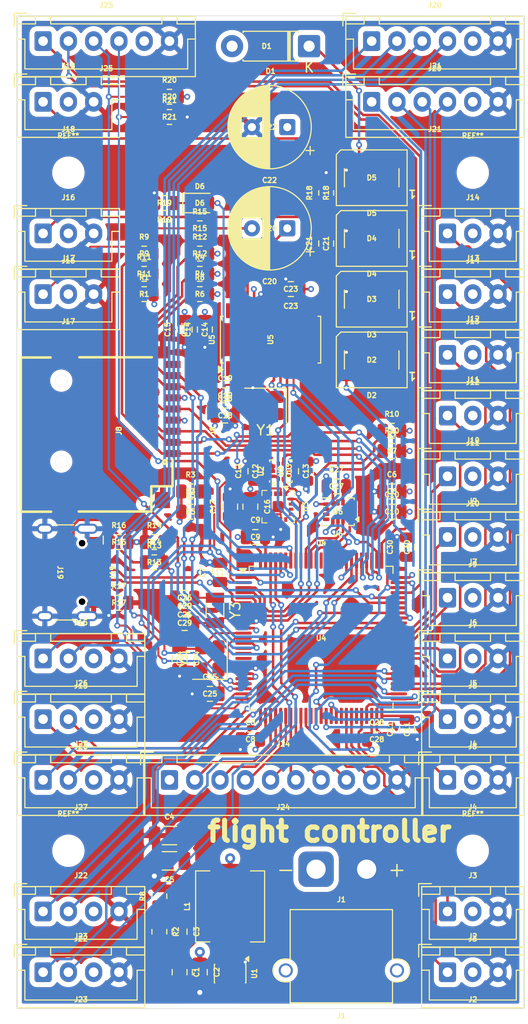
<source format=kicad_pcb>
(kicad_pcb (version 20241229) (generator "pcbnew") (generator_version "9.0")
  (layers (0 "F.Cu" signal) (4 "In1.Cu" signal) (6 "In2.Cu" signal) (2 "B.Cu" signal) (13 "F.Paste" user) (15 "B.Paste" user) (5 "F.SilkS" user "F.Silkscreen") (7 "B.SilkS" user "B.Silkscreen") (1 "F.Mask" user) (3 "B.Mask" user) (25 "Edge.Cuts" user))
  (net 0 "")
  (net 1 "GND")
  (net 2 "+5V")
  (net 3 "+3.3V")
  (net 4 "Net-(U3-C1)")
  (net 5 "Net-(U5-SAG)")
  (net 6 "Net-(U5-VIN)")
  (net 7 "/VIDEO_IN")
  (net 8 "/OSC_IN")
  (net 9 "/OSC_OUT")
  (net 10 "/VCAP")
  (net 11 "/OSC_32_IN")
  (net 12 "/OSC_32_OUT")
  (net 13 "/SD_D1")
  (net 14 "/SD_D3")
  (net 15 "/SD_D0")
  (net 16 "/SD_CMD")
  (net 17 "/SD_CK")
  (net 18 "/SD_D2")
  (net 19 "/M1")
  (net 20 "/M2")
  (net 21 "/M3")
  (net 22 "/M4")
  (net 23 "/M5")
  (net 24 "/M6")
  (net 25 "/M7")
  (net 26 "/M8")
  (net 27 "/M9")
  (net 28 "/M10")
  (net 29 "/M11")
  (net 30 "/M12")
  (net 31 "/LED")
  (net 32 "/VIDEO_OUT")
  (net 33 "/I2C4_SCL")
  (net 34 "/I2C4_SDA")
  (net 35 "/UART2_RTS")
  (net 36 "/UART2_TX")
  (net 37 "/UART2_RX")
  (net 38 "/UART2_CTS")
  (net 39 "/UART7_TX")
  (net 40 "/UART7_CTS")
  (net 41 "/UART7_RX")
  (net 42 "/UART7_RTS")
  (net 43 "/NRST")
  (net 44 "/SWDIO")
  (net 45 "/SWCLK")
  (net 46 "/BOOT0")
  (net 47 "/A7")
  (net 48 "/A2")
  (net 49 "/A6")
  (net 50 "/A1")
  (net 51 "/A8")
  (net 52 "/A4")
  (net 53 "/A3")
  (net 54 "/A5")
  (net 55 "/UART3_TX")
  (net 56 "/UART3_RX")
  (net 57 "/UART4_TX")
  (net 58 "/UART4_RX")
  (net 59 "/UART5_TX")
  (net 60 "/UART5_RX")
  (net 61 "/UART8_TX")
  (net 62 "/UART8_RX")
  (net 63 "/I2C_SCL")
  (net 64 "/I2C_SDA")
  (net 65 "/VBUS")
  (net 66 "/VBUS_SENSE")
  (net 70 "/IMU_CS")
  (net 71 "/OSI_SCK")
  (net 83 "/ARM_LED")
  (net 85 "/OSI_MISO")
  (net 86 "/IMU_SCK")
  (net 88 "/OSI_MOSI")
  (net 90 "/OSI_CS")
  (net 91 "/IMU_MOSI")
  (net 94 "/IMU_MISO")
  (net 96 "Net-(U5-XFB)")
  (net 101 "Net-(U5-CLKIN)")
  (net 116 "/USB_DN")
  (net 117 "/USB_DP")
  (net 118 "Net-(D2-DOUT)")
  (net 119 "Net-(D3-DOUT)")
  (net 120 "Net-(D4-DOUT)")
  (net 121 "Net-(D6-K)")
  (net 131 "Net-(U1-FB)")
  (net 132 "Net-(U1-SW)")
  (net 133 "Net-(U1-BOOT)")
  (net 134 "Net-(C20-Pad2)")
  (net 135 "Net-(D1-K)")
  (net 136 "Net-(D5-DOUT)")
  (net 137 "Net-(J19-CC2)")
  (net 138 "Net-(J19-CC1)")
  (footprint "LED_SMD:LED_0805_2012Metric" (layer "F.Cu") (at 140 81.5)
    (property "Reference" "D6")
    (property "Value" "LED")
  )
  (footprint "Package_LGA:LGA-14_3x2.5mm_P0.5mm_LayoutBorder3x4y" (layer "F.Cu") (at 153.6625 112 180)
    (property "Reference" "U6")
    (property "Value" "ICM-42688-P")
  )
  (footprint "Resistor_SMD:R_0805_2012Metric" (layer "F.Cu") (at 140 88.5)
    (property "Reference" "R4")
    (property "Value" "10K")
  )
  (footprint "Capacitor_SMD:C_0805_2012Metric" (layer "F.Cu") (at 160.5 133.5 90)
    (property "Reference" "C11")
    (property "Value" "100nF")
  )
  (footprint "Connector_JST:JST_XH_B3B-XH-A_1x03_P2.50mm_Vertical" (layer "F.Cu") (at 164.5 114.5)
    (property "Reference" "J9")
    (property "Value" "M7")
  )
  (footprint "Capacitor_THT:CP_Radial_D8.0mm_P3.50mm" (layer "F.Cu") (at 148.652651 74 180)
    (property "Reference" "C22")
    (property "Value" "1000uF")
  )
  (footprint "MountingHole:MountingHole_2.7mm_M2.5" (layer "F.Cu") (at 167 78.5)
    (property "Reference" "REF**")
    (property "Value" "MountingHole_2.7mm_M2.5")
  )
  (footprint "Capacitor_THT:CP_Radial_D8.0mm_P3.50mm" (layer "F.Cu") (at 148.652651 84 180)
    (property "Reference" "C20")
    (property "Value" "470uF")
  )
  (footprint "Connector_JST:JST_XH_B3B-XH-A_1x03_P2.50mm_Vertical" (layer "F.Cu") (at 164.5 138.5)
    (property "Reference" "J4")
    (property "Value" "M3")
  )
  (footprint "Package_LGA:LGA-16_3x3mm_P0.5mm" (layer "F.Cu") (at 147.75 111.5 -90)
    (property "Reference" "U3")
    (property "Value" "QMC5883P")
  )
  (footprint "Capacitor_SMD:C_0805_2012Metric" (layer "F.Cu") (at 145 111.5 -90)
    (property "Reference" "C16")
    (property "Value" "100nF")
  )
  (footprint "lcsc:TF-SMD_TF-PUSH" (layer "F.Cu") (at 132 104 -90)
    (property "Reference" "J8")
    (property "Value" "Micro_SD_Card")
  )
  (footprint "LED_SMD:LED_WS2812B_PLCC4_5.0x5.0mm_P3.2mm" (layer "F.Cu") (at 157 85 180)
    (property "Reference" "D4")
    (property "Value" "WS2812B")
  )
  (footprint "Capacitor_SMD:C_0805_2012Metric" (layer "F.Cu") (at 145 134.5)
    (property "Reference" "C8")
    (property "Value" "100nF")
  )
  (footprint "Capacitor_SMD:C_0805_2012Metric" (layer "F.Cu") (at 138 157.5 -90)
    (property "Reference" "C1")
    (property "Value" "100nF")
  )
  (footprint "Capacitor_SMD:C_0805_2012Metric" (layer "F.Cu") (at 159 110)
    (property "Reference" "C6")
    (property "Value" "1uF")
  )
  (footprint "Connector_JST:JST_XH_B4B-XH-A_1x04_P2.50mm_Vertical" (layer "F.Cu") (at 124.5 151.5)
    (property "Reference" "J22")
    (property "Value" "UART5")
  )
  (footprint "Capacitor_SMD:C_0805_2012Metric" (layer "F.Cu") (at 138.5 123)
    (property "Reference" "C29")
    (property "Value" "18pF")
  )
  (footprint "Resistor_SMD:R_0805_2012Metric" (layer "F.Cu") (at 139.0875 110)
    (property "Reference" "R3")
    (property "Value" "3.3K")
  )
  (footprint "Capacitor_SMD:C_0805_2012Metric" (layer "F.Cu") (at 160.5 115.5 90)
    (property "Reference" "C30")
    (property "Value" "2.2uF")
  )
  (footprint "Capacitor_SMD:C_0805_2012Metric" (layer "F.Cu") (at 138 153.5 -90)
    (property "Reference" "C3")
    (property "Value" "47pF")
  )
  (footprint "Resistor_SMD:R_0805_2012Metric" (layer "F.Cu") (at 137 73)
    (property "Reference" "R21")
    (property "Value" "10K")
  )
  (footprint "Resistor_SMD:R_0805_2012Metric" (layer "F.Cu") (at 136 153.5 -90)
    (property "Reference" "R2")
    (property "Value" "100K")
  )
  (footprint "Connector_JST:JST_XH_B3B-XH-A_1x03_P2.50mm_Vertical" (layer "F.Cu") (at 164.5 90.5)
    (property "Reference" "J13")
    (property "Value" "M11")
  )
  (footprint "Resistor_SMD:R_0805_2012Metric" (layer "F.Cu") (at 159 104)
    (property "Reference" "R10")
    (property "Value" "3.3K")
  )
  (footprint "MountingHole:MountingHole_2.7mm_M2.5" (layer "F.Cu") (at 167 145.5)
    (property "Reference" "REF**")
    (property "Value" "MountingHole_2.7mm_M2.5")
  )
  (footprint "Resistor_SMD:R_0805_2012Metric" (layer "F.Cu") (at 140 90.5)
    (property "Reference" "R6")
    (property "Value" "10K")
  )
  (footprint "Diode_THT:D_DO-41_SOD81_P7.62mm_Horizontal" (layer "F.Cu") (at 150.81 66 180)
    (property "Reference" "D1")
    (property "Value" "1N4001")
  )
  (footprint "Connector_JST:JST_XH_B3B-XH-A_1x03_P2.50mm_Vertical" (layer "F.Cu") (at 124.5 71.5)
    (property "Reference" "J18")
    (property "Value" "LED Strip")
  )
  (footprint "Capacitor_SMD:C_0805_2012Metric" (layer "F.Cu") (at 159 112)
    (property "Reference" "C10")
    (property "Value" "100nF")
  )
  (footprint "Capacitor_SMD:C_0805_2012Metric" (layer "F.Cu") (at 152.5 85.5 90)
    (property "Reference" "C21")
    (property "Value" "100nF")
  )
  (footprint "Capacitor_SMD:C_0805_2012Metric" (layer "F.Cu") (at 138.5 94 90)
    (property "Reference" "C15")
    (property "Value" "100Nf")
  )
  (footprint "Connector_JST:JST_XH_B10B-XH-A_1x10_P2.50mm_Vertical" (layer "F.Cu") (at 137 138.5)
    (property "Reference" "J24")
    (property "Value" "GPIO")
  )
  (footprint "Connector_JST:JST_XH_B4B-XH-A_1x04_P2.50mm_Vertical" (layer "F.Cu") (at 124.5 132.5)
    (property "Reference" "J26")
    (property "Value" "UART3")
  )
  (footprint "Connector_JST:JST_XH_B3B-XH-A_1x03_P2.50mm_Vertical" (layer "F.Cu") (at 124.5 90.5)
    (property "Reference" "J17")
    (property "Value" "Video Out")
  )
  (footprint "Resistor_SMD:R_0805_2012Metric" (layer "F.Cu") (at 132 121)
    (property "Reference" "R17")
    (property "Value" "5.1K")
  )
  (footprint "Package_LGA:ST_HLGA-10_2x2mm_P0.5mm_LayoutBorder3x2y" (layer "F.Cu") (at 148.0125 108 90)
    (property "Reference" "U2")
    (property "Value" "BMP388")
  )
  (footprint "Package_QFP:LQFP-100_14x14mm_P0.5mm" (layer "F.Cu") (at 152 124.5)
    (property "Reference" "U4")
    (property "Value" "STM32H743VITx")
  )
  (footprint "Capacitor_SMD:C_0805_2012Metric" (layer "F.Cu") (at 143 111.5 90)
    (property "Reference" "C17")
    (property "Value" "4.7uF")
  )
  (footprint "Capacitor_SMD:C_0805_2012Metric" (layer "F.Cu") (at 138 126.5 -90)
    (property "Reference" "C24")
    (property "Value" "12pF")
  )
  (footprint "LED_SMD:LED_WS2812B_PLCC4_5.0x5.0mm_P3.2mm" (layer "F.Cu") (at 157 97 180)
    (property "Reference" "D2")
    (property "Value" "WS2812B")
  )
  (footprint "Capacitor_SMD:C_0805_2012Metric" (layer "F.Cu") (at 153.5 109.5)
    (property "Reference" "C27")
    (property "Value" "100nF")
  )
  (footprint "LED_SMD:LED_WS2812B_PLCC4_5.0x5.0mm_P3.2mm" (layer "F.Cu") (at 157 91 180)
    (property "Reference" "D3")
    (property "Value" "WS2812B")
  )
  (footprint "Crystal:Crystal_SMD_3215-2Pin_3.2x1.5mm" (layer "F.Cu") (at 141.5 121.75 -90)
    (property "Reference" "Y3")
    (property "Value" "32.768kHz")
  )
  (footprint "Resistor_SMD:R_0805_2012Metric" (layer "F.Cu") (at 132 115)
    (property "Reference" "R16")
    (property "Value" "5.1K")
  )
  (footprint "Capacitor_SMD:C_0805_2012Metric" (layer "F.Cu") (at 149 90 180)
    (property "Reference" "C23")
    (property "Value" "100nF")
  )
  (footprint "Capacitor_SMD:C_1206_3216Metric" (layer "F.Cu") (at 137 146.5 180)
    (property "Reference" "C5")
    (property "Value" "22uF")
  )
  (footprint "Capacitor_SMD:C_0805_2012Metric" (layer "F.Cu") (at 140.5 94 90)
    (property "Reference" "C14")
    (property "Value" "1uF")
  )
  (footprint "Connector_AMASS:AMASS_XT30PW-M_1x02_P2.50mm_Horizontal" (layer "F.Cu") (at 151.5 147.325 180)
    (property "Reference" "J1")
    (property "Value" "Input Power")
  )
  (footprint "Connector_JST:JST_XH_B3B-XH-A_1x03_P2.50mm_Vertical" (layer "F.Cu") (at 164.5 96.5)
    (property "Reference" "J12")
    (property "Value" "M10")
  )
  (footprint "Resistor_SMD:R_0805_2012Metric" (layer "F.Cu") (at 135.5 117)
    (property "Reference" "R13")
    (property "Value" "5.6K")
  )
  (footprint "Connector_JST:JST_XH_B6B-XH-A_1x06_P2.50mm_Vertical" (layer "F.Cu") (at 157 71.5)
    (property "Reference" "J21")
    (property "Value" "UART7")
  )
  (footprint "Connector_JST:JST_XH_B3B-XH-A_1x03_P2.50mm_Vertical" (layer "F.Cu") (at 124.5 84.5)
    (property "Reference" "J16")
    (property "Value" "Video In")
  )
  (footprint "Connector_JST:JST_XH_B3B-XH-A_1x03_P2.50mm_Vertical" (layer "F.Cu") (at 164.5 84.5)
    (property "Reference" "J14")
    (property "Value" "M12")
  )
  (footprint "Capacitor_SMD:C_0805_2012Metric" (layer "F.Cu") (at 157.5 134.5)
    (property "Reference" "C28")
    (property "Value" "2.2uF")
  )
  (footprint "Crystal:Crystal_SMD_3225-4Pin_3.2x2.5mm" (layer "F.Cu") (at 141 126.5 90)
    (property "Reference" "Y4")
    (property "Value" "16MHz")
  )
  (footprint "Connector_JST:JST_XH_B4B-XH-A_1x04_P2.50mm_Vertical" (layer "F.Cu") (at 124.5 138.5)
    (property "Reference" "J27")
    (property "Value" "UART4")
  )
  (footprint "Connector_JST:JST_XH_B6B-XH-A_1x06_P2.50mm_Vertical" (layer "F.Cu") (at 124.5 65.5)
    (property "Reference" "J25")
    (property "Value" "SWD")
  )
  (footprint "Resistor_SMD:R_0805_2012Metric" (layer "F.Cu") (at 159 106)
    (property "Reference" "R7")
    (property "Value" "3.3K")
  )
  (footprint "Capacitor_SMD:C_0805_2012Metric" (layer "F.Cu") (at 138.5 120.5 180)
    (property "Reference" "C26")
    (property "Value" "18pF")
  )
  (footprint "Connector_JST:JST_XH_B4B-XH-A_1x04_P2.50mm_Vertical" (layer "F.Cu") (at 124.5 126.5)
    (property "Reference" "J15")
    (property "Value" "I2C4")
  )
  (footprint "Connector_USB:USB_C_Receptacle_HCTL_HC-TYPE-C-16P-01A" (layer "F.Cu") (at 125.75 118 -90)
    (property "Reference" "J19")
    (property "Value" "USB_C_Receptacle_USB2.0_16P")
  )
  (footprint "Resistor_SMD:R_0805_2012Metric" (layer "F.Cu") (at 136 150 90)
    (property "Reference" "R8")
    (property "Value" "22K")
  )
  (footprint "Connector_JST:JST_XH_B3B-XH-A_1x03_P2.50mm_Vertical" (layer "F.Cu") (at 164.5 102.5)
    (property "Reference" "J11")
    (property "Value" "M9")
  )
  (footprint "Connector_JST:JST_XH_B3B-XH-A_1x03_P2.50mm_Vertical" (layer "F.Cu") (at 164.5 108.5)
    (property "Reference" "J10")
    (property "Value" "M8")
  )
  (footprint "Capacitor_SMD:C_0805_2012Metric" (layer "F.Cu") (at 140 157.5 -90)
    (property "Reference" "C2")
    (property "Value" "10uF")
  )
  (footprint "Resistor_SMD:R_0805_2012Metric" (layer "F.Cu") (at 152.5 80.5 90)
    (property "Reference" "R18")
    (property "Value" "75")
  )
  (footprint "Resistor_SMD:R_0805_2012Metric" (layer "F.Cu") (at 136.5 81.5 180)
    (property "Reference" "R19")
    (property "Value" "75")
  )
  (footprint "Resistor_SMD:R_0805_2012Metric" (layer "F.Cu") (at 137 71)
    (property "Reference" "R20")
    (property "Value" "10K")
  )
  (footprint "Capacitor_SMD:C_0805_2012Metric" (layer "F.Cu") (at 145.5 114.5)
    (property "Reference" "C9")
    (property "Value" "100nF")
  )
  (footprint "Connector_JST:JST_XH_B3B-XH-A_1x03_P2.50mm_Vertical" (layer "F.Cu") (at 164.5 132.5)
    (property "Reference" "J5")
    (property "Value" "M4")
  )
  (footprint "MountingHole:MountingHole_2.7mm_M2.5" (layer "F.Cu") (at 127 145.5)
    (property "Reference" "REF**")
    (property "Value" "MountingHole_2.7mm_M2.5")
  )
  (footprint "LED_SMD:LED_WS2812B_PLCC4_5.0x5.0mm_P3.2mm" (layer "F.Cu") (at 157 79 180)
    (property "Reference" "D5")
    (property "Value" "WS2812B")
  )
  (footprint "Connector_JST:JST_XH_B3B-XH-A_1x03_P2.50mm_Vertical" (layer "F.Cu") (at 164.5 157.5)
    (property "Reference" "J2")
    (property "Value" "M1")
  )
  (footprint "Connector_JST:JST_XH_B4B-XH-A_1x04_P2.50mm_Vertical" (layer "F.Cu") (at 124.5 157.5)
    (property "Reference" "J23")
    (property "Value" "UART8")
  )
  (footprint "Resistor_SMD:R_0805_2012Metric" (layer "F.Cu") (at 135.5 115)
    (property "Reference" "R14")
    (property "Value" "10K")
  )
  (footprint "Capacitor_SMD:C_0805_2012Metric" (layer "F.Cu") (at 150.5 108 90)
    (property "Reference" "C13")
    (property "Value" "100nF")
  )
  (footprint "Connector_JST:JST_XH_B3B-XH-A_1x03_P2.50mm_Vertical" (layer "F.Cu") (at 164.5 151.5)
    (property "Reference" "J3")
    (property "Value" "M2")
  )
  (footprint "Capacitor_SMD:C_0805_2012Metric" (layer "F.Cu") (at 142.5 100.5)
    (property "Reference" "C19")
    (property "Value" "100nF")
  )
  (footprint "Capacitor_SMD:C_0805_2012Metric" (layer "F.Cu") (at 142.5 102.5)
    (property "Reference" "C18")
    (property "Value" "1uF")
  )
  (footprint "Resistor_SMD:R_0805_2012Metric" (layer "F.Cu") (at 139.0875 112)
    (property "Reference" "R5")
    (property "Value" "3.3K")
  )
  (footprint "Connector_JST:JST_XH_B3B-XH-A_1x03_P2.50mm_Vertical" (layer "F.Cu") (at 164.5 120.5)
    (property "Reference" "J7")
    (property "Value" "M6")
  )
  (footprint "Package_TO_SOT_SMD:SOT-23-6" (layer "F.Cu") (at 143 157.6375 -90)
    (property "Reference" "U1")
    (property "Value" "TPS54302")
  )
  (footprint "Crystal:Crystal_SMD_3225-4Pin_3.2x2.5mm" (layer "F.Cu") (at 146.5 101.5 180)
    (property "Reference" "Y1")
    (property "Value" "Crystal_GND24")
  )
  (footprint "Connector_JST:JST_XH_B6B-XH-A_1x06_P2.50mm_Vertical" (layer "F.Cu") (at 157 65.5)
    (property "Reference" "J20")
    (property "Value" "UART2")
  )
  (footprint "Resistor_SMD:R_0805_2012Metric" (layer "F.Cu") (at 134.5 88.5)
    (property "Reference" "R11")
    (property "Value" "10K")
  )
  (footprint "Resistor_SMD:R_0805_2012Metric" (layer "F.Cu") (at 134.5 86.5)
    (property "Reference" "R9")
    (property "Value" "10K")
  )
  (footprint "Capacitor_SMD:C_1206_3216Metric" (layer "F.Cu") (at 137 144)
    (property "Reference" "C4")
    (property "Value" "22uF")
  )
  (footprint "Resistor_SMD:R_0805_2012Metric" (layer "F.Cu") (at 134.5 90.5)
    (property "Reference" "R1")
    (property "Value" "10K")
  )
  (footprint "Capacitor_SMD:C_0805_2012Metric" (layer "F.Cu") (at 142 118 90)
    (property "Reference" "C7")
    (property "Value" "100nF")
  )
  (footprint "Package_SO:TSSOP-28-1EP_4.4x9.7mm_P0.65mm_EP2.85x6.7mm" (layer "F.Cu") (at 147 95 90)
    (property "Reference" "U5")
    (property "Value" "AT7456E")
  )
  (footprint "Capacitor_SMD:C_0805_2012Metric" (layer "F.Cu") (at 145.5 108 90)
    (property "Reference" "C12")
    (property "Value" "100nF")
  )
  (footprint "Capacitor_SMD:C_0805_2012Metric" (layer "F.Cu") (at 141 130)
    (property "Reference" "C25")
    (property "Value" "12pF")
  )
  (footprint "Inductor_SMD:L_APV_APH0630" (layer "F.Cu") (at 143 151 90)
    (property "Reference" "L1")
    (property "Value" "6.8uH")
  )
  (footprint "MountingHole:MountingHole_2.7mm_M2.5" (layer "F.Cu") (at 127 78.5)
    (property "Reference" "REF**")
    (property "Value" "MountingHole_2.7mm_M2.5")
  )
  (footprint "Resistor_SMD:R_0805_2012Metric" (layer "F.Cu") (at 140 86.5)
    (property "Reference" "R12")
    (property "Value" "10K")
  )
  (footprint "Connector_JST:JST_XH_B3B-XH-A_1x03_P2.50mm_Vertical" (layer "F.Cu") (at 164.5 126.5)
    (property "Reference" "J6")
    (property "Value" "M5")
  )
  (footprint "Resistor_SMD:R_0805_2012Metric" (layer "F.Cu") (at 140 84)
    (property "Reference" "R15")
    (property "Value" "75")
  )
  (gr_rect (start 121.9 63) (end 172.1 161.1) (stroke (width 0.05)) (fill no) (layer "Edge.Cuts"))
  (gr_text "flight controller" (at 140.5 144.75 0) (layer "F.SilkS") (effects (font (size 2 2) (thickness 0.5) (bold yes)) (justify left bottom)))
  (segment (start 158.05 112) (end 157.25 112) (width 0.25) (layer "F.Cu") (net 1))
  (segment (start 147.98 92.13) (end 147.98 90.07) (width 0.25) (layer "F.Cu") (net 1))
  (segment (start 135.5875 81.5) (end 135.5875 80.5875) (width 0.2) (layer "F.Cu") (net 1))
  (segment (start 152.55 109.5) (end 153.1625 110.1125) (width 0.25) (layer "F.Cu") (net 1))
  (segment (start 146 132.175) (end 146 133) (width 0.25) (layer "F.Cu") (net 1))
  (segment (start 142 117.05) (end 141.05 117.05) (width 0.25) (layer "F.Cu") (net 1))
  (segment (start 144.325 127.5) (end 145.485628 127.5) (width 0.25) (layer "F.Cu") (net 1))
  (segment (start 147.98 90.07) (end 148.05 90) (width 0.25) (layer "F.Cu") (net 1))
  (segment (start 145.4 100.65) (end 145.9 100.65) (width 0.2) (layer "F.Cu") (net 1))
  (segment (start 136 149.0875) (end 136 148.5) (width 0.25) (layer "F.Cu") (net 1))
  (segment (start 144.55 107.05) (end 144.5 107) (width 0.25) (layer "F.Cu") (net 1))
  (segment (start 148 112.298) (end 148 112.775) (width 0.2) (layer "F.Cu") (net 1))
  (segment (start 143.95 156.5) (end 144.5 156.5) (width 0.25) (layer "F.Cu") (net 1))
  (segment (start 154.55 96.2) (end 154.5 96.25) (width 0.25) (layer "F.Cu") (net 1))
  (segment (start 148.05 90) (end 148.05 89.45) (width 0.25) (layer "F.Cu") (net 1))
  (segment (start 145.101 133.449) (end 144.05 134.5) (width 0.25) (layer "F.Cu") (net 1))
  (segment (start 144.325 123) (end 145.373703 123) (width 0.25) (layer "F.Cu") (net 1))
  (segment (start 132.9125 115) (end 133.75 115) (width 0.25) (layer "F.Cu") (net 1))
  (segment (start 145 112.45) (end 145.325 112.775) (width 0.2) (layer "F.Cu") (net 1))
  (segment (start 147 112.298) (end 147.049 112.249) (width 0.2) (layer "F.Cu") (net 1))
  (segment (start 144.725 98.682899) (end 143.45 99.957899) (width 0.2) (layer "F.Cu") (net 1))
  (segment (start 150.05 108.5) (end 150.5 108.95) (width 0.25) (layer "F.Cu") (net 1))
  (segment (start 140 127.45) (end 140.15 127.6) (width 0.2) (layer "F.Cu") (net 1))
  (segment (start 146.02 92.13) (end 146.02 90.535) (width 0.25) (layer "F.Cu") (net 1))
  (segment (start 131.6625 122.25) (end 131 122.25) (width 0.25) (layer "F.Cu") (net 1))
  (segment (start 147.951 112.249) (end 148 112.298) (width 0.2) (layer "F.Cu") (net 1))
  (segment (start 160.45 134.5) (end 160.5 134.45) (width 0.25) (layer "F.Cu") (net 1))
  (segment (start 160.5 134.45) (end 161.45 134.45) (width 0.25) (layer "F.Cu") (net 1))
  (segment (start 140 158.45) (end 140 159.5) (width 0.5) (layer "F.Cu") (net 1))
  (segment (start 143.45 102.5) (end 143.45 103.45) (width 0.25) (layer "F.Cu") (net 1))
  (segment (start 133.75 115) (end 134.5875 115) (width 0.25) (layer "F.Cu") (net 1))
  (segment (start 144.05 134.5) (end 144.05 135.45) (width 0.25) (layer "F.Cu") (net 1))
  (segment (start 149 107) (end 149 107.275) (width 0.25) (layer "F.Cu") (net 1))
  (segment (start 143.45 99.957899) (end 143.45 100.5) (width 0.2) (layer "F.Cu") (net 1))
  (segment (start 149 107.275) (end 148.775 107.5) (width 0.25) (layer "F.Cu") (net 1))
  (segment (start 157.5 132.175) (end 157.5 133.55) (width 0.25) (layer "F.Cu") (net 1))
  (segment (start 140.05 127.7) (end 140.15 127.6) (width 0.2) (layer "F.Cu") (net 1))
  (segment (start 150.5 108.95) (end 150.5 109.75) (width 0.25) (layer "F.Cu") (net 1))
  (segment (start 135.525 144) (end 135.525 146.5) (width 0.5) (layer "F.Cu") (net 1))
  (segment (start 143 110.55) (end 143 109.75) (width 0.2) (layer "F.Cu") (net 1))
  (segment (start 140.5 94.95) (end 140.5 95.75) (width 0.25) (layer "F.Cu") (net 1))
  (segment (start 145.5 107.05) (end 146.8 107.05) (width 0.25) (layer "F.Cu") (net 1))
  (segment (start 158.05 110) (end 157.25 110) (width 0.25) (layer "F.Cu") (net 1))
  (segment (start 161.45 134.45) (end 161.5 134.5) (width 0.25) (layer "F.Cu") (net 1))
  (segment (start 137.9125 73) (end 138.75 73) (width 0.25) (layer "F.Cu") (net 1))
  (segment (start 138 127.45) (end 140 127.45) (width 0.2) (layer "F.Cu") (net 1))
  (segment (start 154.55 95.35) (end 154.55 96.2) (width 0.25) (layer "F.Cu") (net 1))
  (segment (start 146 133) (end 145.551 133.449) (width 0.25) (layer "F.Cu") (net 1))
  (segment (start 146.02 90.535) (end 146.055 90.5) (width 0.25) (layer "F.Cu") (net 1))
  (segment (start 148.05 89.45) (end 148.5 89) (width 0.25) (layer "F.Cu") (net 1))
  (segment (start 152.5 79.5875) (end 152.5 78.5) (width 0.25) (layer "F.Cu") (net 1))
  (segment (start 143.45 103.45) (end 143.5 103.5) (width 0.25) (layer "F.Cu") (net 1))
  (segment (start 147.049 112.249) (end 147.951 112.249) (width 0.2) (layer "F.Cu") (net 1))
  (segment (start 145.4 100.65) (end 145.4 99.9) (width 0.2) (layer "F.Cu") (net 1))
  (segment (start 159.55 114.55) (end 159.5 114.5) (width 0.25) (layer "F.Cu") (net 1))
  (segment (start 132.9125 121) (end 131.6625 122.25) (width 0.25) (layer "F.Cu") (net 1))
  (segment (start 143.45 100.5) (end 143.45 102.5) (width 0.25) (layer "F.Cu") (net 1))
  (segment (start 135.5875 80.5875) (end 135.5 80.5) (width 0.2) (layer "F.Cu") (net 1))
  (segment (start 147 112.775) (end 147 112.298) (width 0.2) (layer "F.Cu") (net 1))
  (segment (start 145.9 100.65) (end 147.6 102.35) (width 0.2) (layer "F.Cu") (net 1))
  (segment (start 146.5 116.825) (end 146.5 114.55) (width 0.25) (layer "F.Cu") (net 1))
  (segment (start 141.85 125.9) (end 140.15 127.6) (width 0.2) (layer "F.Cu") (net 1))
  (segment (start 146.5 114.55) (end 146.45 114.5) (width 0.25) (layer "F.Cu") (net 1))
  (segment (start 152.55 109.5) (end 152.55 108.55) (width 0.25) (layer "F.Cu") (net 1))
  (segment (start 144.05 135.45) (end 144 135.5) (width 0.25) (layer "F.Cu") (net 1))
  (segment (start 145.551 133.449) (end 145.101 133.449) (width 0.25) (layer "F.Cu") (net 1))
  (segment (start 154.55 77.35) (end 154.55 78.2) (width 0.25) (layer "F.Cu") (net 1))
  (segment (start 137.3 100.75) (end 138.5 100.75) (width 0.25) (layer "F.Cu") (net 1))
  (segment (start 145.325 112.775) (end 147 112.775) (width 0.2) (layer "F.Cu") (net 1))
  (segment (start 147.25 108) (end 147.25 107.5) (width 0.25) (layer "F.Cu") (net 1))
  (segment (start 140.05 130) (end 139.25 130) (width 0.2) (layer "F.Cu") (net 1))
  (segment (start 145.5 107.05) (end 144.55 107.05) (width 0.25) (layer "F.Cu") (net 1))
  (segment (start 159.675 119) (end 160.939646 119) (width 0.25) (layer "F.Cu") (net 1))
  (segment (start 148 112.775) (end 148 113.75) (width 0.2) (layer "F.Cu") (net 1))
  (segment (start 136 148.5) (end 135.5 148) (width 0.25) (layer "F.Cu") (net 1))
  (segment (start 153.1625 110.1125) (end 153.1625 111.0875) (width 0.25) (layer "F.Cu") (net 1))
  (segment (start 154.55 89.35) (end 154.55 90.2) (width 0.25) (layer "F.Cu") (net 1))
  (segment (start 154.55 83.35) (end 154.55 84.2) (width 0.25) (layer "F.Cu") (net 1))
  (segment (start 160.4 134.5) (end 160.5 134.4) (width 0.2) (layer "F.Cu") (net 1))
  (segment (start 146.8 107.05) (end 147.25 107.5) (width 0.25) (layer "F.Cu") (net 1))
  (segment (start 144.725 97.8625) (end 144.725 98.682899) (width 0.2) (layer "F.Cu") (net 1))
  (segment (start 138.5 94.95) (end 138.5 95.75) (width 0.25) (layer "F.Cu") (net 1))
  (segment (start 158.45 134.5) (end 160.45 134.5) (width 0.25) (layer "F.Cu") (net 1))
  (segment (start 135.525 147.975) (end 135.5 148) (width 0.5) (layer "F.Cu") (net 1))
  (segment (start 160.5 114.55) (end 159.55 114.55) (width 0.25) (layer "F.Cu") (net 1))
  (segment (start 154.55 78.2) (end 154.5 78.25) (width 0.25) (layer "F.Cu") (net 1))
  (segment (start 141.05 117.05) (end 141 117) (width 0.25) (layer "F.Cu") (net 1))
  (segment (start 145.4 99.9) (end 145.25 99.75) (width 0.2) (layer "F.Cu") (net 1))
  (segment (start 145.485628 127.5) (end 145.52156 127.464068) (width 0.25) (layer "F.Cu") (net 1))
  (segment (start 154.55 90.2) (end 154.5 90.25) (width 0.25) (layer "F.Cu") (net 1))
  (segment (start 160.939646 119) (end 161.008626 119.06898) (width 0.25) (layer "F.Cu") (net 1))
  (segment (start 141.85 125.4) (end 141.85 125.9) (width 0.2) (layer "F.Cu") (net 1))
  (segment (start 152.55 108.55) (end 152.5 108.5) (width 0.25) (layer "F.Cu") (net 1))
  (segment (start 135.525 146.5) (end 135.525 147.975) (width 0.5) (layer "F.Cu") (net 1))
  (segment (start 153.6625 111.0875) (end 153.1625 111.0875) (width 0.25) (layer "F.Cu") (net 1))
  (segment (start 145.373703 123) (end 145.58564 122.788063) (width 0.25) (layer "F.Cu") (net 1))
  (segment (start 148.775 108.5) (end 150.05 108.5) (width 0.25) (layer "F.Cu") (net 1))
  (segment (start 154.55 84.2) (end 154.5 84.25) (width 0.25) (layer "F.Cu") (net 1))
  (segment (start 140.05 130) (end 140.05 127.7) (width 0.2) (layer "F.Cu") (net 1))
  (segment (start 157.5 133.55) (end 158.45 134.5) (width 0.25) (layer "F.Cu") (net 1))
  (segment (start 146.45 114.5) (end 147.25 114.5) (width 0.25) (layer "F.Cu") (net 1))
  (segment (start 138 127.45) (end 138 128.25) (width 0.2) (layer "F.Cu") (net 1))
  (via (at 152.5 78.5) (size 0.6) (drill 0.3) (layers "F.Cu" "B.Cu") (net 1))
  (via (at 138 128.25) (size 0.6) (drill 0.3) (layers "F.Cu" "B.Cu") (net 1))
  (via (at 154.5 84.25) (size 0.6) (drill 0.3) (layers "F.Cu" "B.Cu") (net 1))
  (via (at 150.5 109.75) (size 0.6) (drill 0.3) (layers "F.Cu" "B.Cu") (net 1))
  (via (at 148 113.75) (size 0.6) (drill 0.3) (layers "F.Cu" "B.Cu") (net 1))
  (via (at 143 109.75) (size 0.6) (drill 0.3) (layers "F.Cu" "B.Cu") (net 1))
  (via (at 131 122.25) (size 0.6) (drill 0.3) (layers "F.Cu" "B.Cu") (net 1))
  (via (at 143.5 103.5) (size 0.6) (drill 0.3) (layers "F.Cu" "B.Cu") (net 1))
  (via (at 154.5 90.25) (size 0.6) (drill 0.3) (layers "F.Cu" "B.Cu") (net 1))
  (via (at 135.5 80.5) (size 0.6) (drill 0.3) (layers "F.Cu" "B.Cu") (net 1))
  (via (at 149 107) (size 0.6) (drill 0.3) (layers "F.Cu" "B.Cu") (net 1))
  (via (at 133.75 115) (size 0.6) (drill 0.3) (layers "F.Cu" "B.Cu") (net 1))
  (via (at 140 159.5) (size 1) (drill 0.5) (layers "F.Cu" "B.Cu") (net 1))
  (via (at 138.5 95.75) (size 0.6) (drill 0.3) (layers "F.Cu" "B.Cu") (net 1))
  (via (at 148.5 89) (size 0.6) (drill 0.3) (layers "F.Cu" "B.Cu") (net 1))
  (via (at 154.5 96.25) (size 0.6) (drill 0.3) (layers "F.Cu" "B.Cu") (net 1))
  (via (at 145.25 99.75) (size 0.6) (drill 0.3) (layers "F.Cu" "B.Cu") (net 1))
  (via (at 147.25 114.5) (size 0.6) (drill 0.3) (layers "F.Cu" "B.Cu") (net 1))
  (via (at 146.055 90.5) (size 0.6) (drill 0.3) (layers "F.Cu" "B.Cu") (net 1))
  (via (at 154.5 78.25) (size 0.6) (drill 0.3) (layers "F.Cu" "B.Cu") (net 1))
  (via (at 157.25 112) (size 0.6) (drill 0.3) (layers "F.Cu" "B.Cu") (net 1))
  (via (at 139.25 130) (size 0.6) (drill 0.3) (layers "F.Cu" "B.Cu") (net 1))
  (via (at 152.5 108.5) (size 0.6) (drill 0.3) (layers "F.Cu" "B.Cu") (net 1))
  (via (at 157.25 110) (size 0.6) (drill 0.3) (layers "F.Cu" "B.Cu") (net 1))
  (via (at 144.5 107) (size 0.6) (drill 0.3) (layers "F.Cu" "B.Cu") (net 1))
  (via (at 141 117) (size 0.6) (drill 0.3) (layers "F.Cu" "B.Cu") (net 1))
  (via (at 145.58564 122.788063) (size 0.6) (drill 0.3) (layers "F.Cu" "B.Cu") (net 1))
  (via (at 135.5 148) (size 1) (drill 0.5) (layers "F.Cu" "B.Cu") (net 1))
  (via (at 161.5 134.5) (size 0.6) (drill 0.3) (layers "F.Cu" "B.Cu") (net 1))
  (via (at 140.5 95.75) (size 0.6) (drill 0.3) (layers "F.Cu" "B.Cu") (net 1))
  (via (at 161.008626 119.06898) (size 0.6) (drill 0.3) (layers "F.Cu" "B.Cu") (net 1))
  (via (at 159.5 114.5) (size 0.6) (drill 0.3) (layers "F.Cu" "B.Cu") (net 1))
  (via (at 145.52156 127.464068) (size 0.6) (drill 0.3) (layers "F.Cu" "B.Cu") (net 1))
  (via (at 144 135.5) (size 0.6) (drill 0.3) (layers "F.Cu" "B.Cu") (net 1))
  (via (at 138.75 73) (size 0.6) (drill 0.3) (layers "F.Cu" "B.Cu") (net 1))
  (via (at 138.5 100.75) (size 0.6) (drill 0.3) (layers "F.Cu" "B.Cu") (net 1))
  (via (at 144.5 156.5) (size 0.6) (drill 0.3) (layers "F.Cu" "B.Cu") (net 1))
  (segment (start 142 156.55) (end 142.05 156.5) (width 0.5) (layer "F.Cu") (net 2))
  (segment (start 140 156.55) (end 140 155.5) (width 0.5) (layer "F.Cu") (net 2))
  (segment (start 140 156.55) (end 142 156.55) (width 0.5) (layer "F.Cu") (net 2))
  (via (at 140 155.5) (size 1) (drill 0.5) (layers "F.Cu" "B.Cu") (net 2))
  (segment (start 138.45 102.95) (end 138.5 103) (width 0.25) (layer "F.Cu") (net 3))
  (segment (start 148.2625 107.2375) (end 148.2625 106.7375) (width 0.25) (layer "F.Cu") (net 3))
  (segment (start 145.199997 128) (end 145.5 128.300003) (width 0.25) (layer "F.Cu") (net 3))
  (segment (start 135.4125 90.5) (end 135.4125 91.4125) (width 0.25) (layer "F.Cu") (net 3))
  (segment (start 143 147.975) (end 143 146.25) (width 0.5) (layer "F.Cu") (net 3))
  (segment (start 149.049 88.374) (end 149.95 89.275) (width 0.25) (layer "F.Cu") (net 3))
  (segment (start 144.325 121) (end 143.455822 121) (width 0.25) (layer "F.Cu") (net 3))
  (segment (start 154.1625 109.7875) (end 154.45 109.5) (width 0.25) (layer "F.Cu") (net 3))
  (segment (start 144.075 97.8625) (end 144.075 98.765799) (width 0.2) (layer "F.Cu") (net 3))
  (segment (start 141.55 100.5) (end 141.55 102.5) (width 0.25) (layer "F.Cu") (net 3))
  (segment (start 145.95 134.5) (end 146.5 133.95) (width 0.25) (layer "F.Cu") (net 3))
  (segment (start 144.325 128.5) (end 145.300003 128.5) (width 0.25) (layer "F.Cu") (net 3))
  (segment (start 145.37 92.13) (end 145.37 90.025) (width 0.25) (layer "F.Cu") (net 3))
  (segment (start 147.25 108.5) (end 145.95 108.5) (width 0.25) (layer "F.Cu") (net 3))
  (segment (start 139.95 147.975) (end 143 147.975) (width 0.5) (layer "F.Cu") (net 3))
  (segment (start 161.45 132.55) (end 161.5 132.5) (width 0.25) (layer "F.Cu") (net 3))
  (segment (start 148.63 91.32) (end 149.95 90) (width 0.25) (layer "F.Cu") (net 3))
  (segment (start 147.33 92.13) (end 147.224 92.024) (width 0.25) (layer "F.Cu") (net 3))
  (segment (start 142 118.95) (end 141.05 118.95) (width 0.25) (layer "F.Cu") (net 3))
  (segment (start 145 109.75) (end 145 109.45) (width 0.2) (layer "F.Cu") (net 3))
  (segment (start 145.364516 123.5) (end 145.591204 123.726688) (width 0.25) (layer "F.Cu") (net 3))
  (segment (start 148.2625 106.7375) (end 148.626 106.374) (width 0.25) (layer "F.Cu") (net 3))
  (segment (start 136 152.5875) (end 137.9625 152.5875) (width 0.25) (layer "F.Cu") (net 3))
  (segment (start 139.95 150.6) (end 139.95 147.975) (width 0.25) (layer "F.Cu") (net 3))
  (segment (start 148 109.748) (end 148 110.225) (width 0.2) (layer "F.Cu") (net 3))
  (segment (start 151.5 111.25) (end 152.5 111.25) (width 0.25) (layer "F.Cu") (net 3))
  (segment (start 138.175 112) (end 138.175 110) (width 0.25) (layer "F.Cu") (net 3))
  (segment (start 145.37 90.025) (end 145.345 90) (width 0.25) (layer "F.Cu") (net 3))
  (segment (start 154.45 108.55) (end 154.5 108.5) (width 0.25) (layer "F.Cu") (net 3))
  (segment (start 137.3 102.95) (end 138.45 102.95) (width 0.25) (layer "F.Cu") (net 3))
  (segment (start 145.95 134.5) (end 145.95 135.05) (width 0.25) (layer "F.Cu") (net 3))
  (segment (start 159.95 112) (end 160.75 112) (width 0.25) (layer "F.Cu") (net 3))
  (segment (start 145.95 108.5) (end 145.5 108.95) (width 0.25) (layer "F.Cu") (net 3))
  (segment (start 140.9125 88.5) (end 141.75 88.5) (width 0.25) (layer "F.Cu") (net 3))
  (segment (start 138.175 112.825) (end 138 113) (width 0.25) (layer "F.Cu") (net 3))
  (segment (start 159.675 118.5) (end 160.75 118.5) (width 0.25) (layer "F.Cu") (net 3))
  (segment (start 154.1625 111.0875) (end 154.1625 109.7875) (width 0.25) (layer "F.Cu") (net 3))
  (segment (start 138.475 144) (end 138.475 146.5) (width 0.5) (layer "F.Cu") (net 3))
  (segment (start 147.5 108.5) (end 147.7625 108.7625) (width 0.25) (layer "F.Cu") (net 3))
  (segment (start 140.9125 86.5) (end 141.75 86.5) (width 0.25) (layer "F.Cu") (net 3))
  (segment (start 160.5 132.55) (end 161.45 132.55) (width 0.25) (layer "F.Cu") (net 3))
  (segment (start 144.325 123.5) (end 145.364516 123.5) (width 0.25) (layer "F.Cu") (net 3))
  (segment (start 146 116.825) (end 146 115.95) (width 0.25) (layer "F.Cu") (net 3))
  (segment (start 147.224 92.024) (end 147.224 89.279486) (width 0.25) (layer "F.Cu") (net 3))
  (segment (start 160.75 118.5) (end 161 118.25) (width 0.25) (layer "F.Cu") (net 3))
  (segment (start 140.9125 90.5) (end 141.75 90.5) (width 0.25) (layer "F.Cu") (net 3))
  (segment (start 147.951 109.699) (end 148 109.748) (width 0.2) (layer "F.Cu") (net 3))
  (segment (start 150.5 107.05) (end 151.45 107.05) (width 0.25) (layer "F.Cu") (net 3))
  (segment (start 147.25 108.5) (end 147.5 108.5) (width 0.25) (layer "F.Cu") (net 3))
  (segment (start 143.366799 99.474) (end 142.576 99.474) (width 0.2) (layer "F.Cu") (net 3))
  (segment (start 138 152.55) (end 139.95 150.6) (width 0.25) (layer "F.Cu") (net 3))
  (segment (start 145 110.55) (end 145.55 110) (width 0.2) (layer "F.Cu") (net 3))
  (segment (start 146.25 110) (end 146.551 109.699) (width 0.2) (layer "F.Cu") (net 3))
  (segment (start 144.325 128) (end 145.199997 128) (width 0.25) (layer "F.Cu") (net 3))
  (segment (start 146.551 109.699) (end 147.951 109.699) (width 0.2) (layer "F.Cu") (net 3))
  (segment (start 149.95 89.275) (end 149.95 90) (width 0.25) (layer "F.Cu") (net 3))
  (segment (start 145 109.45) (end 145.5 108.95) (width 0.2) (layer "F.Cu") (net 3))
  (segment (start 147.224 89.279486) (end 148.129486 88.374) (width 0.25) (layer "F.Cu") (net 3))
  (segment (start 149.95 90) (end 151 90) (width 0.25) (layer "F.Cu") (net 3))
  (segment (start 135.4125 86.5) (end 135.4125 88.5) (width 0.25) (layer "F.Cu") (net 3))
  (segment (start 148.63 92.13) (end 148.63 91.32) (width 0.25) (layer "F.Cu") (net 3))
  (segment (start 145.55 110) (end 146.25 110) (width 0.2) (layer "F.Cu") (net 3))
  (segment (start 141.55 103.45) (end 141.5 103.5) (width 0.25) (layer "F.Cu") (net 3))
  (segment (start 135.4125 88.5) (end 135.4125 90.5) (width 0.25) (layer "F.Cu") (net 3))
  (segment (start 135.4125 91.4125) (end 135.5 91.5) (width 0.25) (layer "F.Cu") (net 3))
  (segment (start 144.55 114.5) (end 143.75 114.5) (width 0.25) (layer "F.Cu") (net 3))
  (segment (start 154.45 109.5) (end 154.45 108.55) (width 0.25) (layer "F.Cu") (net 3))
  (segment (start 137.9125 71) (end 138.75 71) (width 0.25) (layer "F.Cu") (net 3))
  (segment (start 144.075 98.765799) (end 143.366799 99.474) (width 0.2) (layer "F.Cu") (net 3))
  (segment (start 142.576 99.474) (end 141.55 100.5) (width 0.2) (layer "F.Cu") (net 3))
  (segment (start 159.95 110) (end 160.75 110) (width 0.25) (layer "F.Cu") (net 3))
  (segment (start 159.9125 104) (end 160.75 104) (width 0.25) (layer "F.Cu") (net 3))
  (segment (start 145.300003 128.5) (end 145.5 128.300003) (width 0.25) (layer "F.Cu") (net 3))
  (segment (start 140.5 93.05) (end 140.5 92.25) (width 0.25) (layer "F.Cu") (net 3))
  (segment (start 138.5 93.05) (end 138.5 92.25) (width 0.25) (layer "F.Cu") (net 3))
  (segment (start 149.824 106.374) (end 150.5 107.05) (width 0.25) (layer "F.Cu") (net 3))
  (segment (start 146 115.95) (end 144.55 114.5) (width 0.25) (layer "F.Cu") (net 3))
  (segment (start 138.475 146.5) (end 139.95 147.975) (width 0.5) (layer "F.Cu") (net 3))
  (segment (start 143.199 120.149) (end 142 118.95) (width 0.25) (layer "F.Cu") (net 3))
  (segment (start 145.95 135.05) (end 145.5 135.5) (width 0.25) (layer "F.Cu") (net 3))
  (segment (start 151.45 107.05) (end 151.5 107) (width 0.25) (layer "F.Cu") (net 3))
  (segment (start 148.129486 88.374) (end 149.049 88.374) (width 0.25) (layer "F.Cu") (net 3))
  (segment (start 138.175 112) (end 138.175 112.825) (width 0.25) (layer "F.Cu") (net 3))
  (segment (start 145 110.55) (end 145 109.75) (width 0.2) (layer "F.Cu") (net 3))
  (segment (start 159.9125 106) (end 160.75 106) (width 0.25) (layer "F.Cu") (net 3))
  (segment (start 143.455822 121) (end 143.199 120.743178) (width 0.25) (layer "F.Cu") (net 3))
  (segment (start 148.626 106.374) (end 149.824 106.374) (width 0.25) (layer "F.Cu") (net 3))
  (segment (start 143.199 120.743178) (end 143.199 120.149) (width 0.25) (layer "F.Cu") (net 3))
  (segment (start 141.55 102.5) (end 141.55 103.45) (width 0.25) (layer "F.Cu") (net 3))
  (segment (start 160.125 132.175) (end 158 132.175) (width 0.25) (layer "F.Cu") (net 3))
  (segment (start 137.9625 152.5875) (end 138 152.55) (width 0.25) (layer "F.Cu") (net 3))
  (segment (start 146.5 133.95) (end 146.5 132.175) (width 0.25) (layer "F.Cu") (net 3))
  (segment (start 141.05 118.95) (end 141 119) (width 0.25) (layer "F.Cu") (net 3))
  (segment (start 160.5 132.55) (end 160.125 132.175) (width 0.25) (layer "F.Cu") (net 3))
  (via (at 151.5 107) (size 0.6) (drill 0.3) (layers "F.Cu" "B.Cu") (net 3))
  (via (at 151 90) (size 0.6) (drill 0.3) (layers "F.Cu" "B.Cu") (net 3))
  (via (at 138 113) (size 0.6) (drill 0.3) (layers "F.Cu" "B.Cu") (net 3))
  (via (at 145.5 135.5) (size 0.6) (drill 0.3) (layers "F.Cu" "B.Cu") (net 3))
  (via (at 140.5 92.25) (size 0.6) (drill 0.3) (layers "F.Cu" "B.Cu") (net 3))
  (via (at 141.75 86.5) (size 0.6) (drill 0.3) (layers "F.Cu" "B.Cu") (net 3))
  (via (at 161 118.25) (size 0.6) (drill 0.3) (layers "F.Cu" "B.Cu") (net 3))
  (via (at 138.5 103) (size 0.6) (drill 0.3) (layers "F.Cu" "B.Cu") (net 3))
  (via (at 143.75 114.5) (size 0.6) (drill 0.3) (layers "F.Cu" "B.Cu") (net 3))
  (via (at 161.5 132.5) (size 0.6) (drill 0.3) (layers "F.Cu" "B.Cu") (net 3))
  (via (at 145 109.75) (size 0.6) (drill 0.3) (layers "F.Cu" "B.Cu") (net 3))
  (via (at 160.75 104) (size 0.6) (drill 0.3) (layers "F.Cu" "B.Cu") (net 3))
  (via (at 141.75 90.5) (size 0.6) (drill 0.3) (layers "F.Cu" "B.Cu") (net 3))
  (via (at 145.5 128.300003) (size 0.6) (drill 0.3) (layers "F.Cu" "B.Cu") (net 3))
  (via (at 151.5 111.25) (size 0.6) (drill 0.3) (layers "F.Cu" "B.Cu") (net 3))
  (via (at 135.5 91.5) (size 0.6) (drill 0.3) (layers "F.Cu" "B.Cu") (net 3))
  (via (at 160.75 106) (size 0.6) (drill 0.3) (layers "F.Cu" "B.Cu") (net 3))
  (via (at 141 119) (size 0.6) (drill 0.3) (layers "F.Cu" "B.Cu") (net 3))
  (via (at 138.75 71) (size 0.6) (drill 0.3) (layers "F.Cu" "B.Cu") (net 3))
  (via (at 154.5 108.5) (size 0.6) (drill 0.3) (layers "F.Cu" "B.Cu") (net 3))
  (via (at 145.591204 123.726688) (size 0.6) (drill 0.3) (layers "F.Cu" "B.Cu") (net 3))
  (via (at 145.345 90) (size 0.6) (drill 0.3) (layers "F.Cu" "B.Cu") (net 3))
  (via (at 141.5 103.5) (size 0.6) (drill 0.3) (layers "F.Cu" "B.Cu") (net 3))
  (via (at 160.75 110) (size 0.6) (drill 0.3) (layers "F.Cu" "B.Cu") (net 3))
  (via (at 160.75 112) (size 0.6) (drill 0.3) (layers "F.Cu" "B.Cu") (net 3))
  (via (at 138.5 92.25) (size 0.6) (drill 0.3) (layers "F.Cu" "B.Cu") (net 3))
  (via (at 143 146.25) (size 1) (drill 0.5) (layers "F.Cu" "B.Cu") (net 3))
  (via (at 141.75 88.5) (size 0.6) (drill 0.3) (layers "F.Cu" "B.Cu") (net 3))
  (segment (start 143.851 113.301) (end 143 112.45) (width 0.2) (layer "F.Cu") (net 4))
  (segment (start 147.451 113.301) (end 143.851 113.301) (width 0.2) (layer "F.Cu") (net 4))
  (segment (start 147.5 113.252) (end 147.451 113.301) (width 0.2) (layer "F.Cu") (net 4))
  (segment (start 147.5 112.775) (end 147.5 113.252) (width 0.2) (layer "F.Cu") (net 4))
  (segment (start 144.72 92.13) (end 144.72 87.932651) (width 0.25) (layer "F.Cu") (net 5))
  (segment (start 144.72 87.932651) (end 148.652651 84) (width 0.25) (layer "F.Cu") (net 5))
  (segment (start 144.07 92.13) (end 144.72 92.13) (width 0.25) (layer "F.Cu") (net 5))
  (segment (start 146.68 89.185676) (end 147.942676 87.923) (width 0.25) (layer "F.Cu") (net 6))
  (segment (start 151.027 87.923) (end 152.5 86.45) (width 0.25) (layer "F.Cu") (net 6))
  (segment (start 146.68 92.13) (end 146.68 89.185676) (width 0.25) (layer "F.Cu") (net 6))
  (segment (start 147.942676 87.923) (end 151.027 87.923) (width 0.25) (layer "F.Cu") (net 6))
  (segment (start 152.2855 81.4125) (end 150.824 82.874) (width 0.25) (layer "F.Cu") (net 7))
  (segment (start 126.126 82.874) (end 124.5 84.5) (width 0.25) (layer "F.Cu") (net 7))
  (segment (start 152.5 81.4125) (end 152.2855 81.4125) (width 0.25) (layer "F.Cu") (net 7))
  (segment (start 150.824 82.874) (end 126.126 82.874) (width 0.25) (layer "F.Cu") (net 7))
  (segment (start 150.824 82.874) (end 152.5 84.55) (width 0.25) (layer "F.Cu") (net 7))
  (segment (start 140 125.55) (end 140.15 125.4) (width 0.2) (layer "F.Cu") (net 8))
  (segment (start 141.55 124) (end 140.15 125.4) (width 0.2) (layer "F.Cu") (net 8))
  (segment (start 144.325 124) (end 141.55 124) (width 0.2) (layer "F.Cu") (net 8))
  (segment (start 138 125.55) (end 140 125.55) (width 0.2) (layer "F.Cu") (net 8))
  (segment (start 142.751 126.699) (end 141.85 127.6) (width 0.2) (layer "F.Cu") (net 9))
  (segment (start 142.751 125.240176) (end 142.751 126.699) (width 0.2) (layer "F.Cu") (net 9))
  (segment (start 141.95 127.7) (end 141.85 127.6) (width 0.2) (layer "F.Cu") (net 9))
  (segment (start 144.325 124.5) (end 143.491176 124.5) (width 0.2) (layer "F.Cu") (net 9))
  (segment (start 143.491176 124.5) (end 142.751 125.240176) (width 0.2) (layer "F.Cu") (net 9))
  (segment (start 141.95 130) (end 141.95 127.7) (width 0.2) (layer "F.Cu") (net 9))
  (segment (start 156.55 135.05) (end 157 135.5) (width 0.25) (layer "F.Cu") (net 10))
  (segment (start 158.549 117.676) (end 159.775 116.45) (width 0.25) (layer "F.Cu") (net 10))
  (segment (start 159.775 116.45) (end 160.5 116.45) (width 0.25) (layer "F.Cu") (net 10))
  (segment (start 156.55 134.5) (end 156.55 135.05) (width 0.25) (layer "F.Cu") (net 10))
  (segment (start 158.549 119.488353) (end 158.549 117.676) (width 0.25) (layer "F.Cu") (net 10))
  (segment (start 158.560648 119.500001) (end 158.549 119.488353) (width 0.25) (layer "F.Cu") (net 10))
  (segment (start 151.5 129.728) (end 151.5 127.125) (width 0.25) (layer "F.Cu") (net 10))
  (segment (start 157 134.05) (end 156.55 134.5) (width 0.25) (layer "F.Cu") (net 10))
  (segment (start 159.675 119.5) (end 158.560648 119.500001) (width 0.25) (layer "F.Cu") (net 10))
  (segment (start 157 132.175) (end 157 134.05) (width 0.25) (layer "F.Cu") (net 10))
  (via (at 151.5 129.728) (size 0.6) (drill 0.3) (layers "F.Cu" "B.Cu") (net 10))
  (via (at 158.560648 119.500001) (size 0.6) (drill 0.3) (layers "F.Cu" "B.Cu") (net 10))
  (via (at 151.5 127.125) (size 0.6) (drill 0.3) (layers "F.Cu" "B.Cu") (net 10))
  (via (at 157 135.5) (size 0.6) (drill 0.3) (layers "F.Cu" "B.Cu") (net 10))
  (segment (start 152.625 127.125) (end 151.5 127.125) (width 0.25) (layer "B.Cu") (net 10))
  (segment (start 150.874 130.354) (end 151.5 129.728) (width 0.25) (layer "B.Cu") (net 10))
  (segment (start 157.75 120.25) (end 157.75 122) (width 0.25) (layer "B.Cu") (net 10))
  (segment (start 157.75 122) (end 152.625 127.125) (width 0.25) (layer "B.Cu") (net 10))
  (segment (start 158.499999 119.500001) (end 157.75 120.25) (width 0.25) (layer "B.Cu") (net 10))
  (segment (start 157 135.5) (end 152.82535 135.5) (width 0.25) (layer "B.Cu") (net 10))
  (segment (start 152.82535 135.5) (end 150.874 133.54865) (width 0.25) (layer "B.Cu") (net 10))
  (segment (start 150.874 133.54865) (end 150.874 130.354) (width 0.25) (layer "B.Cu") (net 10))
  (segment (start 158.560648 119.500001) (end 158.499999 119.500001) (width 0.25) (layer "B.Cu") (net 10))
  (segment (start 141.5 120.5) (end 139.45 120.5) (width 0.2) (layer "F.Cu") (net 11))
  (segment (start 144.325 122) (end 143 122) (width 0.2) (layer "F.Cu") (net 11))
  (segment (start 143 122) (end 141.5 120.5) (width 0.2) (layer "F.Cu") (net 11))
  (segment (start 144.325 122.5) (end 142 122.5) (width 0.2) (layer "F.Cu") (net 12))
  (segment (start 142 122.5) (end 141.5 123) (width 0.2) (layer "F.Cu") (net 12))
  (segment (start 141.5 123) (end 139.45 123) (width 0.2) (layer "F.Cu") (net 12))
  (segment (start 139.0875 90.5) (end 135.224 94.3635) (width 0.25) (layer "F.Cu") (net 13))
  (segment (start 159.675 123) (end 149.605391 123) (width 0.25) (layer "F.Cu") (net 13))
  (segment (start 149.605391 123) (end 149.474945 122.869554) (width 0.25) (layer "F.Cu") (net 13))
  (segment (start 135.224 94.3635) (end 135.224 97.176) (width 0.25) (layer "F.Cu") (net 13))
  (segment (start 139.25 116.625) (end 139.25 114.749) (width 0.25) (layer "F.Cu") (net 13))
  (segment (start 136.598 98.55) (end 137.3 98.55) (width 0.25) (layer "F.Cu") (net 13))
  (segment (start 138.002 98.55) (end 137.3 98.55) (width 0.25) (layer "F.Cu") (net 13))
  (segment (start 140.100006 100.648006) (end 138.002 98.55) (width 0.25) (layer "F.Cu") (net 13))
  (segment (start 140.100006 100.75) (end 140.100006 100.648006) (width 0.25) (layer "F.Cu") (net 13))
  (segment (start 135.224 97.176) (end 136.598 98.55) (width 0.25) (layer "F.Cu") (net 13))
  (via (at 139.25 114.749) (size 0.6) (drill 0.3) (layers "F.Cu" "B.Cu") (net 13))
  (via (at 140.100006 100.75) (size 0.6) (drill 0.3) (layers "F.Cu" "B.Cu") (net 13))
  (via (at 139.25 116.625) (size 0.6) (drill 0.3) (layers "F.Cu" "B.Cu") (net 13))
  (via (at 149.474945 122.869554) (size 0.6) (drill 0.3) (layers "F.Cu" "B.Cu") (net 13))
  (segment (start 139.25 114.749) (end 139.751003 114.247997) (width 0.25) (layer "B.Cu") (net 13))
  (segment (start 139.751003 114.247997) (end 139.751003 104.613699) (width 0.25) (layer "B.Cu") (net 13))
  (segment (start 139.751003 104.613699) (end 140.100006 104.264696) (width 0.25) (layer "B.Cu") (net 13))
  (segment (start 140.100006 104.264696) (end 140.100006 100.75) (width 0.25) (layer "B.Cu") (net 13))
  (segment (start 149.440747 122.869554) (end 147.957613 124.352688) (width 0.25) (layer "B.Cu") (net 13))
  (segment (start 145.5 124.352688) (end 143.46939 124.352688) (width 0.25) (layer "B.Cu") (net 13))
  (segment (start 149.474945 122.869554) (end 149.440747 122.869554) (width 0.25) (layer "B.Cu") (net 13))
  (segment (start 147.957613 124.352688) (end 145.5 124.352688) (width 0.25) (layer "B.Cu") (net 13))
  (segment (start 143.46939 124.352688) (end 139.25 120.133298) (width 0.25) (layer "B.Cu") (net 13))
  (segment (start 139.25 120.133298) (end 139.25 116.625) (width 0.25) (layer "B.Cu") (net 13))
  (segment (start 137.3 105.15) (end 140.1 105.15) (width 0.25) (layer "F.Cu") (net 14))
  (segment (start 155.69868 105.021) (end 149.5 105.021) (width 0.25) (layer "F.Cu") (net 14))
  (segment (start 142.874293 104.875707) (end 142.874293 104.847) (width 0.25) (layer "F.Cu") (net 14))
  (segment (start 156.925003 118.414705) (end 156.925003 118.5) (width 0.25) (layer "F.Cu") (net 14))
  (segment (start 132.749 89.3385) (end 133.5875 88.5) (width 0.25) (layer "F.Cu") (net 14))
  (segment (start 155.751 104.96868) (end 155.69868 105.021) (width 0.25) (layer "F.Cu") (net 14))
  (segment (start 132.749 101.18681) (end 132.749 89.3385) (width 0.25) (layer "F.Cu") (net 14))
  (segment (start 143.019586 105.021) (end 142.874293 104.875707) (width 0.25) (layer "F.Cu") (net 14))
  (segment (start 136.71219 105.15) (end 132.749 101.18681) (width 0.25) (layer "F.Cu") (net 14))
  (segment (start 156.5 117.989702) (end 156.925003 118.414705) (width 0.25) (layer "F.Cu") (net 14))
  (segment (start 137.3 105.15) (end 136.71219 105.15) (width 0.25) (layer "F.Cu") (net 14))
  (segment (start 140.1 105.15) (end 140.421504 104.828496) (width 0.25) (layer "F.Cu") (net 14))
  (segment (start 156.5 116.825) (end 156.5 117.989702) (width 0.25) (layer "F.Cu") (net 14))
  (segment (start 149.5 105.021) (end 143.019586 105.021) (width 0.25) (layer "F.Cu") (net 14))
  (via (at 142.874293 104.847) (size 0.6) (drill 0.3) (layers "F.Cu" "B.Cu") (net 14))
  (via (at 156.925003 118.5) (size 0.6) (drill 0.3) (layers "F.Cu" "B.Cu") (net 14))
  (via (at 155.751 104.96868) (size 0.6) (drill 0.3) (layers "F.Cu" "B.Cu") (net 14))
  (via (at 140.421504 104.828496) (size 0.6) (drill 0.3) (layers "F.Cu" "B.Cu") (net 14))
  (segment (start 140.440008 104.847) (end 140.421504 104.828496) (width 0.25) (layer "B.Cu") (net 14))
  (segment (start 158.327 112.25) (end 158.327 107.459383) (width 0.25) (layer "B.Cu") (net 14))
  (segment (start 157.078003 113.695105) (end 158.327 112.446108) (width 0.25) (layer "B.Cu") (net 14))
  (segment (start 157.078003 118.347) (end 157.078003 113.695105) (width 0.25) (layer "B.Cu") (net 14))
  (segment (start 155.836297 104.96868) (end 155.751 104.96868) (width 0.25) (layer "B.Cu") (net 14))
  (segment (start 156.925003 118.5) (end 157.078003 118.347) (width 0.25) (layer "B.Cu") (net 14))
  (segment (start 142.874293 104.847) (end 140.440008 104.847) (width 0.25) (layer "B.Cu") (net 14))
  (segment (start 158.327 112.446108) (end 158.327 112.25) (width 0.25) (layer "B.Cu") (net 14))
  (segment (start 158.327 107.459383) (end 155.836297 104.96868) (width 0.25) (layer "B.Cu") (net 14))
  (segment (start 159.675 123.5) (end 149.695343 123.5) (width 0.25) (layer "F.Cu") (net 15))
  (segment (start 138.249 89.3385) (end 139.0875 88.5) (width 0.25) (layer "F.Cu") (net 15))
  (segment (start 136.598 99.65) (end 134.773 97.825) (width 0.25) (layer "F.Cu") (net 15))
  (segment (start 134.773 97.825) (end 134.773 94.17669) (width 0.25) (layer "F.Cu") (net 15))
  (segment (start 139.300003 100.75) (end 139.300003 100.664705) (width 0.25) (layer "F.Cu") (net 15))
  (segment (start 138.249 90.70069) (end 138.249 89.3385) (width 0.25) (layer "F.Cu") (net 15))
  (segment (start 138.449997 116.625) (end 138.449997 114.749) (width 0.25) (layer "F.Cu") (net 15))
  (segment (start 139.300003 100.664705) (end 138.285298 99.65) (width 0.25) (layer "F.Cu") (net 15))
  (segment (start 134.773 94.17669) (end 138.249 90.70069) (width 0.25) (layer "F.Cu") (net 15))
  (segment (start 138.285298 99.65) (end 137.3 99.65) (width 0.25) (layer "F.Cu") (net 15))
  (segment (start 137.3 99.65) (end 136.598 99.65) (width 0.25) (layer "F.Cu") (net 15))
  (segment (start 149.695343 123.5) (end 149.527516 123.667827) (width 0.25) (layer "F.Cu") (net 15))
  (via (at 139.300003 100.75) (size 0.6) (drill 0.3) (layers "F.Cu" "B.Cu") (net 15))
  (via (at 138.449997 116.625) (size 0.6) (drill 0.3) (layers "F.Cu" "B.Cu") (net 15))
  (via (at 149.527516 123.667827) (size 0.6) (drill 0.3) (layers "F.Cu" "B.Cu") (net 15))
  (via (at 138.449997 114.749) (size 0.6) (drill 0.3) (layers "F.Cu" "B.Cu") (net 15))
  (segment (start 139.300003 112.747) (end 139.300003 100.75) (width 0.25) (layer "B.Cu") (net 15))
  (segment (start 149.527516 123.667827) (end 148.391655 124.803688) (width 0.25) (layer "B.Cu") (net 15))
  (segment (start 138.449997 113.597006) (end 139.300003 112.747) (width 0.25) (layer "B.Cu") (net 15))
  (segment (start 138.449997 119.971105) (end 138.449997 116.625) (width 0.25) (layer "B.Cu") (net 15))
  (segment (start 138.449997 114.749) (end 138.449997 113.597006) (width 0.25) (layer "B.Cu") (net 15))
  (segment (start 143.28258 124.803688) (end 138.449997 119.971105) (width 0.25) (layer "B.Cu") (net 15))
  (segment (start 148.391655 124.803688) (end 143.28258 124.803688) (width 0.25) (layer "B.Cu") (net 15))
  (segment (start 140.526892 104.05) (end 137.3 104.05) (width 0.25) (layer "F.Cu") (net 16))
  (segment (start 154.5 118) (end 154 118.5) (width 0.25) (layer "F.Cu") (net 16))
  (segment (start 154.5 116.825) (end 154.5 118) (width 0.25) (layer "F.Cu") (net 16))
  (segment (start 151.370514 106.374) (end 150.919514 105.923) (width 0.25) (layer "F.Cu") (net 16))
  (segment (start 142.399892 105.923) (end 140.526892 104.05) (width 0.25) (layer "F.Cu") (net 16))
  (segment (start 136.25 104.05) (end 133.5875 101.3875) (width 0.25) (layer "F.Cu") (net 16))
  (segment (start 150.919514 105.923) (end 142.399892 105.923) (width 0.25) (layer "F.Cu") (net 16))
  (segment (start 155.751 106.56868) (end 155.55632 106.374) (width 0.25) (layer "F.Cu") (net 16))
  (segment (start 137.3 104.05) (end 136.25 104.05) (width 0.25) (layer "F.Cu") (net 16))
  (segment (start 155.55632 106.374) (end 151.370514 106.374) (width 0.25) (layer "F.Cu") (net 16))
  (segment (start 133.5875 101.3875) (end 133.5875 90.5) (width 0.25) (layer "F.Cu") (net 16))
  (via (at 155.751 106.56868) (size 0.6) (drill 0.3) (layers "F.Cu" "B.Cu") (net 16))
  (via (at 154 118.5) (size 0.6) (drill 0.3) (layers "F.Cu" "B.Cu") (net 16))
  (segment (start 156.176003 106.993688) (end 156.176003 116.323997) (width 0.25) (layer "B.Cu") (net 16))
  (segment (start 156.176003 116.323997) (end 154 118.5) (width 0.25) (layer "B.Cu") (net 16))
  (segment (start 155.751 106.568685) (end 156.176003 106.993688) (width 0.25) (layer "B.Cu") (net 16))
  (segment (start 155.751 106.56868) (end 155.751 106.568685) (width 0.25) (layer "B.Cu") (net 16))
  (segment (start 142.586702 105.472) (end 138.964702 101.85) (width 0.25) (layer "F.Cu") (net 17))
  (segment (start 156 116.825) (end 156 118.375) (width 0.25) (layer "F.Cu") (net 17))
  (segment (start 134.322 93.98988) (end 137.798 90.51388) (width 0.25) (layer "F.Cu") (net 17))
  (segment (start 136.25 101.85) (end 134.322 99.922) (width 0.25) (layer "F.Cu") (net 17))
  (segment (start 151.403005 105.768681) (end 151.106324 105.472) (width 0.25) (layer "F.Cu") (net 17))
  (segment (start 137.3 101.85) (end 136.25 101.85) (width 0.25) (layer "F.Cu") (net 17))
  (segment (start 138.964702 101.85) (end 137.3 101.85) (width 0.25) (layer "F.Cu") (net 17))
  (segment (start 155.751 105.768681) (end 151.403005 105.768681) (width 0.25) (layer "F.Cu") (net 17))
  (segment (start 137.798 87.7895) (end 139.0875 86.5) (width 0.25) (layer "F.Cu") (net 17))
  (segment (start 134.322 99.922) (end 134.322 93.98988) (width 0.25) (layer "F.Cu") (net 17))
  (segment (start 137.798 90.51388) (end 137.798 87.7895) (width 0.25) (layer "F.Cu") (net 17))
  (segment (start 156 118.375) (end 156.125 118.5) (width 0.25) (layer "F.Cu") (net 17))
  (segment (start 151.106324 105.472) (end 142.586702 105.472) (width 0.25) (layer "F.Cu") (net 17))
  (via (at 156.125 118.5) (size 0.6) (drill 0.3) (layers "F.Cu" "B.Cu") (net 17))
  (via (at 155.751 105.768681) (size 0.6) (drill 0.3) (layers "F.Cu" "B.Cu") (net 17))
  (segment (start 157.817649 112.317649) (end 156.627003 113.508295) (width 0.25) (layer "B.Cu") (net 17))
  (segment (start 156.125 117.125) (end 156.125 118.5) (width 0.25) (layer "B.Cu") (net 17))
  (segment (start 157.876 112.259298) (end 157.876 107.808382) (width 0.25) (layer "B.Cu") (net 17))
  (segment (start 157.876 107.808382) (end 155.836299 105.768681) (width 0.25) (layer "B.Cu") (net 17))
  (segment (start 155.836299 105.768681) (end 155.751 105.768681) (width 0.25) (layer "B.Cu") (net 17))
  (segment (start 157.876 112.259298) (end 157.817649 112.317649) (width 0.25) (layer "B.Cu") (net 17))
  (segment (start 156.627003 116.622997) (end 156.125 117.125) (width 0.25) (layer "B.Cu") (net 17))
  (segment (start 156.627003 113.508295) (end 156.627003 116.622997) (width 0.25) (layer "B.Cu") (net 17))
  (segment (start 157.447494 117.96985) (end 157.725006 118.247362) (width 0.25) (layer "F.Cu") (net 18))
  (segment (start 132.298 102.298) (end 132.298 87.7895) (width 0.25) (layer "F.Cu") (net 18))
  (segment (start 157 116.825) (end 157 117.694178) (width 0.25) (layer "F.Cu") (net 18))
  (segment (start 136.25 106.25) (end 132.298 102.298) (width 0.25) (layer "F.Cu") (net 18))
  (segment (start 132.298 87.7895) (end 133.5875 86.5) (width 0.25) (layer "F.Cu") (net 18))
  (segment (start 143.822896 104.57) (end 143.648896 104.396) (width 0.25) (layer "F.Cu") (net 18))
  (segment (start 137.3 106.25) (end 136.25 106.25) (width 0.25) (layer "F.Cu") (net 18))
  (segment (start 137.3 106.25) (end 141.75 106.25) (width 0.25) (layer "F.Cu") (net 18))
  (segment (start 149.110827 104.168677) (end 148.709504 104.57) (width 0.25) (layer "F.Cu") (net 18))
  (segment (start 148.25 104.57) (end 143.822896 104.57) (width 0.25) (layer "F.Cu") (net 18))
  (segment (start 157.725006 118.247362) (end 157.725006 118.5) (width 0.25) (layer "F.Cu") (net 18))
  (segment (start 157.275672 117.96985) (end 157.447494 117.96985) (width 0.25) (layer "F.Cu") (net 18))
  (segment (start 155.751 104.168677) (end 149.110827 104.168677) (width 0.25) (layer "F.Cu") (net 18))
  (segment (start 148.709504 104.57) (end 148.25 104.57) (width 0.25) (layer "F.Cu") (net 18))
  (segment (start 157 117.694178) (end 157.275672 117.96985) (width 0.25) (layer "F.Cu") (net 18))
  (via (at 155.751 104.168677) (size 0.6) (drill 0.3) (layers "F.Cu" "B.Cu") (net 18))
  (via (at 141.75 106.25) (size 0.6) (drill 0.3) (layers "F.Cu" "B.Cu") (net 18))
  (via (at 157.725006 118.5) (size 0.6) (drill 0.3) (layers "F.Cu" "B.Cu") (net 18))
  (via (at 143.648896 104.396) (size 0.6) (drill 0.3) (layers "F.Cu" "B.Cu") (net 18))
  (segment (start 158.778 107.085524) (end 155.861153 104.168677) (width 0.25) (layer "B.Cu") (net 18))
  (segment (start 142.356591 106.25) (end 141.75 106.25) (width 0.25) (layer "B.Cu") (net 18))
  (segment (start 143.648896 104.957695) (end 142.356591 106.25) (width 0.25) (layer "B.Cu") (net 18))
  (segment (start 157.725006 113.685912) (end 158.080459 113.330459) (width 0.25) (layer "B.Cu") (net 18))
  (segment (start 143.648896 104.396) (end 143.648896 104.957695) (width 0.25) (layer "B.Cu") (net 18))
  (segment (start 158.778 111) (end 158.778 107.085524) (width 0.25) (layer "B.Cu") (net 18))
  (segment (start 155.861153 104.168677) (end 155.751 104.168677) (width 0.25) (layer "B.Cu") (net 18))
  (segment (start 158.080459 113.330459) (end 158.778 112.632918) (width 0.25) (layer "B.Cu") (net 18))
  (segment (start 158.778 112.632918) (end 158.778 111) (width 0.25) (layer "B.Cu") (net 18))
  (segment (start 157.725006 118.5) (end 157.725006 113.685912) (width 0.25) (layer "B.Cu") (net 18))
  (segment (start 154.5 135.27562) (end 156.42338 137.199) (width 0.25) (layer "F.Cu") (net 19))
  (segment (start 163.324 156.324) (end 164.5 157.5) (width 0.25) (layer "F.Cu") (net 19))
  (segment (start 158.25 137.961885) (end 158.25 139.038115) (width 0.25) (layer "F.Cu") (net 19))
  (segment (start 158.25 139.038115) (end 163.324 144.112115) (width 0.25) (layer "F.Cu") (net 19))
  (segment (start 154.5 132.175) (end 154.5 135.27562) (width 0.25) (layer "F.Cu") (net 19))
  (segment (start 157.487115 137.199) (end 158.25 137.961885) (width 0.25) (layer "F.Cu") (net 19))
  (segment (start 163.324 144.112115) (end 163.324 156.324) (width 0.25) (layer "F.Cu") (net 19))
  (segment (start 156.42338 137.199) (end 157.487115 137.199) (width 0.25) (layer "F.Cu") (net 19))
  (segment (start 155 132.175) (end 155 135.13781) (width 0.25) (layer "F.Cu") (net 20))
  (segment (start 156.61019 136.748) (end 159.536115 136.748) (width 0.25) (layer "F.Cu") (net 20))
  (segment (start 164.5 141.711885) (end 164.5 151.5) (width 0.25) (layer "F.Cu") (net 20))
  (segment (start 159.536115 136.748) (end 164.5 141.711885) (width 0.25) (layer "F.Cu") (net 20))
  (segment (start 155 135.13781) (end 156.61019 136.748) (width 0.25) (layer "F.Cu") (net 20))
  (segment (start 162.297 136.297) (end 164.5 138.5) (width 0.25) (layer "F.Cu") (net 21))
  (segment (start 155.724 135.224) (end 156.797 136.297) (width 0.25) (layer "F.Cu") (net 21))
  (segment (start 156.797 136.297) (end 162.297 136.297) (width 0.25) (layer "F.Cu") (net 21))
  (segment (start 155.724 133.779486) (end 155.724 135.224) (width 0.25) (layer "F.Cu") (net 21))
  (segment (start 156 133.503486) (end 155.724 133.779486) (width 0.25) (layer "F.Cu") (net 21))
  (segment (start 156 132.175) (end 156 133.503486) (width 0.25) (layer "F.Cu") (net 21))
  (segment (start 163.049 131.049) (end 164.5 132.5) (width 0.25) (layer "F.Cu") (net 22))
  (segment (start 156.5 131.305822) (end 156.756822 131.049) (width 0.25) (layer "F.Cu") (net 22))
  (segment (start 156.756822 131.049) (end 163.049 131.049) (width 0.25) (layer "F.Cu") (net 22))
  (segment (start 156.5 132.175) (end 156.5 131.305822) (width 0.25) (layer "F.Cu") (net 22))
  (segment (start 163.5 125.5) (end 164.5 126.5) (width 0.25) (layer "F.Cu") (net 23))
  (segment (start 159.675 125.5) (end 163.5 125.5) (width 0.25) (layer "F.Cu") (net 23))
  (segment (start 164.5 121.319798) (end 164.5 120.5) (width 0.25) (layer "F.Cu") (net 24))
  (segment (start 160.819798 125) (end 164.5 121.319798) (width 0.25) (layer "F.Cu") (net 24))
  (segment (start 159.675 125) (end 160.819798 125) (width 0.25) (layer "F.Cu") (net 24))
  (segment (start 163.324 121.857988) (end 163.324 115.676) (width 0.25) (layer "F.Cu") (net 25))
  (segment (start 159.675 124.5) (end 160.681988 124.5) (width 0.25) (layer "F.Cu") (net 25))
  (segment (start 160.681988 124.5) (end 163.324 121.857988) (width 0.25) (layer "F.Cu") (net 25))
  (segment (start 163.324 115.676) (end 164.5 114.5) (width 0.25) (layer "F.Cu") (net 25))
  (segment (start 162.873 121.671178) (end 162.873 110.127) (width 0.25) (layer "F.Cu") (net 26))
  (segment (start 159.675 124) (end 160.544178 124) (width 0.25) (layer "F.Cu") (net 26))
  (segment (start 160.544178 124) (end 162.873 121.671178) (width 0.25) (layer "F.Cu") (net 26))
  (segment (start 162.873 110.127) (end 164.5 108.5) (width 0.25) (layer "F.Cu") (net 26))
  (segment (start 161.853486 126) (end 163.654486 127.801) (width 0.25) (layer "F.Cu") (net 27))
  (segment (start 165.75 127.396514) (end 165.75 103.75) (width 0.25) (layer "F.Cu") (net 27))
  (segment (start 159.675 126) (end 161.853486 126) (width 0.25) (layer "F.Cu") (net 27))
  (segment (start 165.345514 127.801) (end 165.75 127.396514) (width 0.25) (layer "F.Cu") (net 27))
  (segment (start 163.654486 127.801) (end 165.345514 127.801) (width 0.25) (layer "F.Cu") (net 27))
  (segment (start 165.75 103.75) (end 164.5 102.5) (width 0.25) (layer "F.Cu") (net 27))
  (segment (start 168.25 100.25) (end 164.5 96.5) (width 0.25) (layer "F.Cu") (net 28))
  (segment (start 168.25 127.038115) (end 168.25 100.25) (width 0.25) (layer "F.Cu") (net 28))
  (segment (start 159.675 126.5) (end 161.715676 126.5) (width 0.25) (layer "F.Cu") (net 28))
  (segment (start 167.036115 128.252) (end 168.25 127.038115) (width 0.25) (layer "F.Cu") (net 28))
  (segment (start 161.715676 126.5) (end 163.467676 128.252) (width 0.25) (layer "F.Cu") (net 28))
  (segment (start 163.467676 128.252) (end 167.036115 128.252) (width 0.25) (layer "F.Cu") (net 28))
  (segment (start 159.675 129) (end 168.788115 129) (width 0.25) (layer "F.Cu") (net 29))
  (segment (start 168.324 97.112115) (end 168.324 94.324) (width 0.25) (layer "F.Cu") (net 29))
  (segment (start 168.788115 129) (end 170.676 127.112115) (width 0.25) (layer "F.Cu") (net 29))
  (segment (start 170.676 99.464115) (end 168.324 97.112115) (width 0.25) (layer "F.Cu") (net 29))
  (segment (start 170.676 127.112115) (end 170.676 99.464115) (width 0.25) (layer "F.Cu") (net 29))
  (segment (start 168.324 94.324) (end 164.5 90.5) (width 0.25) (layer "F.Cu") (net 29))
  (segment (start 171.127 90.338885) (end 166.589115 85.801) (width 0.25) (layer "F.Cu") (net 30))
  (segment (start 165.801 85.801) (end 164.5 84.5) (width 0.25) (layer "F.Cu") (net 30))
  (segment (start 168.925925 129.5) (end 171.127 127.298925) (width 0.25) (layer "F.Cu") (net 30))
  (segment (start 159.675 129.5) (end 168.925925 129.5) (width 0.25) (layer "F.Cu") (net 30))
  (segment (start 166.589115 85.801) (end 165.801 85.801) (width 0.25) (layer "F.Cu") (net 30))
  (segment (start 171.127 127.298925) (end 171.127 90.338885) (width 0.25) (layer "F.Cu") (net 30))
  (segment (start 154.5 98.7) (end 154.55 98.65) (width 0.25) (layer "F.Cu") (net 31))
  (segment (start 159.675 122.5) (end 160.789352 122.5) (width 0.25) (layer "F.Cu") (net 31))
  (segment (start 154.5 99.75) (end 154.5 98.7) (width 0.25) (layer "F.Cu") (net 31))
  (via (at 154.5 99.75) (size 0.6) (drill 0.3) (layers "F.Cu" "B.Cu") (net 31))
  (via (at 160.789352 122.5) (size 0.6) (drill 0.3) (layers "F.Cu" "B.Cu") (net 31))
  (segment (start 159.229 104.479) (end 159.229 113.343702) (width 0.25) (layer "B.Cu") (net 31))
  (segment (start 160.374 114.488702) (end 160.374 122.084648) (width 0.25) (layer "B.Cu") (net 31))
  (segment (start 160.374 122.084648) (end 160.789352 122.5) (width 0.25) (layer "B.Cu") (net 31))
  (segment (start 154.5 99.75) (end 159.229 104.479) (width 0.25) (layer "B.Cu") (net 31))
  (segment (start 159.229 113.343702) (end 160.374 114.488702) (width 0.25) (layer "B.Cu") (net 31))
  (segment (start 134.58884 84) (end 139.0875 84) (width 0.2) (layer "F.Cu") (net 32))
  (segment (start 124.5 90.5) (end 129.18516 85.81484) (width 0.2) (layer "F.Cu") (net 32))
  (segment (start 129.18516 85.81484) (end 132.774 85.81484) (width 0.2) (layer "F.Cu") (net 32))
  (segment (start 132.774 85.81484) (end 134.58884 84) (width 0.2) (layer "F.Cu") (net 32))
  (segment (start 148.925003 118.164705) (end 148.925003 118.25) (width 0.25) (layer "F.Cu") (net 33))
  (segment (start 148.5 117.739702) (end 148.925003 118.164705) (width 0.25) (layer "F.Cu") (net 33))
  (segment (start 141.426 111.426) (end 141.426 115.542116) (width 0.2) (layer "F.Cu") (net 33))
  (segment (start 140 110) (end 141.426 111.426) (width 0.2) (layer "F.Cu") (net 33))
  (segment (start 141.426 115.542116) (end 141.866161 115.982277) (width 0.2) (layer "F.Cu") (net 33))
  (segment (start 148.5 116.825) (end 148.5 117.739702) (width 0.25) (layer "F.Cu") (net 33))
  (via (at 148.925003 118.25) (size 0.6) (drill 0.3) (layers "F.Cu" "B.Cu") (net 33))
  (via (at 141.866161 115.982277) (size 0.6) (drill 0.3) (layers "F.Cu" "B.Cu") (net 33))
  (segment (start 126.252 124.748) (end 124.5 126.5) (width 0.25) (layer "B.Cu") (net 33))
  (segment (start 141.257884 115.374) (end 138.177889 115.374) (width 0.25) (layer "B.Cu") (net 33))
  (segment (start 138.177889 115.374) (end 134.923 118.628889) (width 0.25) (layer "B.Cu") (net 33))
  (segment (start 148.925003 118.25) (end 148.925003 118.164705) (width 0.25) (layer "B.Cu") (net 33))
  (segment (start 134.36419 124.748) (end 126.252 124.748) (width 0.25) (layer "B.Cu") (net 33))
  (segment (start 148.925003 118.164705) (end 148.384298 117.624) (width 0.25) (layer "B.Cu") (net 33))
  (segment (start 134.923 124.18919) (end 134.36419 124.748) (width 0.25) (layer "B.Cu") (net 33))
  (segment (start 148 117.624) (end 143.507884 117.624) (width 0.25) (layer "B.Cu") (net 33))
  (segment (start 141.866161 115.982277) (end 141.257884 115.374) (width 0.25) (layer "B.Cu") (net 33))
  (segment (start 134.923 118.628889) (end 134.923 124.18919) (width 0.25) (layer "B.Cu") (net 33))
  (segment (start 148.384298 117.624) (end 148 117.624) (width 0.25) (layer "B.Cu") (net 33))
  (segment (start 143.507884 117.624) (end 141.866161 115.982277) (width 0.25) (layer "B.Cu") (net 33))
  (segment (start 148 116.825) (end 148 118.125) (width 0.25) (layer "F.Cu") (net 34))
  (segment (start 141 113) (end 141 116) (width 0.25) (layer "F.Cu") (net 34))
  (segment (start 148 118.125) (end 148.125 118.25) (width 0.25) (layer "F.Cu") (net 34))
  (segment (start 140 112) (end 141 113) (width 0.25) (layer "F.Cu") (net 34))
  (via (at 141 116) (size 0.6) (drill 0.3) (layers "F.Cu" "B.Cu") (net 34))
  (via (at 148.125 118.25) (size 0.6) (drill 0.3) (layers "F.Cu" "B.Cu") (net 34))
  (segment (start 135.374 118.815699) (end 135.374 124.376) (width 0.25) (layer "B.Cu") (net 34))
  (segment (start 141 116) (end 138.710295 116) (width 0.25) (layer "B.Cu") (net 34))
  (segment (start 143.25 118.25) (end 141 116) (width 0.25) (layer "B.Cu") (net 34))
  (segment (start 128.301 125.199) (end 127 126.5) (width 0.25) (layer "B.Cu") (net 34))
  (segment (start 134.551 125.199) (end 128.301 125.199) (width 0.25) (layer "B.Cu") (net 34))
  (segment (start 138.190699 115.999) (end 135.374 118.815699) (width 0.25) (layer "B.Cu") (net 34))
  (segment (start 138.710295 116) (end 138.709295 115.999) (width 0.25) (layer "B.Cu") (net 34))
  (segment (start 138.709295 115.999) (end 138.190699 115.999) (width 0.25) (layer "B.Cu") (net 34))
  (segment (start 127 126.5) (end 127.711885 126.5) (width 0.25) (layer "B.Cu") (net 34))
  (segment (start 135.374 124.376) (end 134.551 125.199) (width 0.25) (layer "B.Cu") (net 34))
  (segment (start 148.125 118.25) (end 143.25 118.25) (width 0.25) (layer "B.Cu") (net 34))
  (segment (start 136.45006 126.75) (end 135.899 126.19894) (width 0.2) (layer "F.Cu") (net 35))
  (segment (start 144.325 129.5) (end 143 129.5) (width 0.2) (layer "F.Cu") (net 35))
  (segment (start 135.899 124.659847) (end 134.239153 123) (width 0.2) (layer "F.Cu") (net 35))
  (segment (start 136.5 126.75) (end 136.45006 126.75) (width 0.2) (layer "F.Cu") (net 35))
  (segment (start 135.899 126.19894) (end 135.899 124.659847) (width 0.2) (layer "F.Cu") (net 35))
  (via (at 136.5 126.75) (size 0.6) (drill 0.3) (layers "F.Cu" "B.Cu") (net 35))
  (via (at 134.239153 123) (size 0.6) (drill 0.3) (layers "F.Cu" "B.Cu") (net 35))
  (via (at 143 129.5) (size 0.6) (drill 0.3) (layers "F.Cu" "B.Cu") (net 35))
  (segment (start 134.239153 123) (end 134.239153 115.396145) (width 0.25) (layer "B.Cu") (net 35))
  (segment (start 147.781246 69.779) (end 160.221 69.779) (width 0.25) (layer "B.Cu") (net 35))
  (segment (start 137.874 79.686246) (end 147.781246 69.779) (width 0.25) (layer "B.Cu") (net 35))
  (segment (start 160.221 69.779) (end 164.5 65.5) (width 0.25) (layer "B.Cu") (net 35))
  (segment (start 142.6829 129.5) (end 139.9329 126.75) (width 0.2) (layer "B.Cu") (net 35))
  (segment (start 139.9329 126.75) (end 136.5 126.75) (width 0.2) (layer "B.Cu") (net 35))
  (segment (start 143 129.5) (end 142.6829 129.5) (width 0.2) (layer "B.Cu") (net 35))
  (segment (start 134.239153 115.396145) (end 137.874 111.761298) (width 0.25) (layer "B.Cu") (net 35))
  (segment (start 137.874 111.761298) (end 137.874 79.686246) (width 0.25) (layer "B.Cu") (net 35))
  (segment (start 143.46116 130) (end 142.43516 131.026) (width 0.2) (layer "F.Cu") (net 36))
  (segment (start 133.240444 123.745403) (end 132.745041 123.25) (width 0.2) (layer "F.Cu") (net 36))
  (segment (start 132.745041 123.25) (end 131.839473 123.25) (width 0.2) (layer "F.Cu") (net 36))
  (segment (start 139.426057 131.026) (end 133.240444 124.840387) (width 0.2) (layer "F.Cu") (net 36))
  (segment (start 142.43516 131.026) (end 139.426057 131.026) (width 0.2) (layer "F.Cu") (net 36))
  (segment (start 133.240444 124.840387) (end 133.240444 123.745403) (width 0.2) (layer "F.Cu") (net 36))
  (segment (start 144.325 130) (end 143.46116 130) (width 0.2) (layer "F.Cu") (net 36))
  (via (at 131.839473 123.25) (size 0.6) (drill 0.3) (layers "F.Cu" "B.Cu") (net 36))
  (segment (start 136.521 79.125816) (end 147.220816 68.426) (width 0.25) (layer "B.Cu") (net 36))
  (segment (start 131.839473 114.749609) (end 136.521 110.068082) (width 0.25) (layer "B.Cu") (net 36))
  (segment (start 131.839473 123.25) (end 131.839473 114.749609) (width 0.25) (layer "B.Cu") (net 36))
  (segment (start 154.074 68.426) (end 157 65.5) (width 0.25) (layer "B.Cu") (net 36))
  (segment (start 136.521 110.068082) (end 136.521 79.125816) (width 0.25) (layer "B.Cu") (net 36))
  (segment (start 147.220816 68.426) (end 154.074 68.426) (width 0.25) (layer "B.Cu") (net 36))
  (segment (start 144.325 130.5) (end 143.398 131.427) (width 0.2) (layer "F.Cu") (net 37))
  (segment (start 139.259957 131.427) (end 132.639444 124.806487) (width 0.2) (layer "F.Cu") (net 37))
  (segment (start 143.398 131.427) (end 139.259957 131.427) (width 0.2) (layer "F.Cu") (net 37))
  (segment (start 132.639444 124.806487) (end 132.639444 123.994346) (width 0.2) (layer "F.Cu") (net 37))
  (via (at 132.639444 123.994346) (size 0.6) (drill 0.3) (layers "F.Cu" "B.Cu") (net 37))
  (segment (start 132.639444 114.587448) (end 136.972 110.254892) (width 0.25) (layer "B.Cu") (net 37))
  (segment (start 156.123 68.877) (end 159.5 65.5) (width 0.25) (layer "B.Cu") (net 37))
  (segment (start 147.407626 68.877) (end 156.123 68.877) (width 0.25) (layer "B.Cu") (net 37))
  (segment (start 136.972 79.312626) (end 147.407626 68.877) (width 0.25) (layer "B.Cu") (net 37))
  (segment (start 136.972 110.254892) (end 136.972 79.312626) (width 0.25) (layer "B.Cu") (net 37))
  (segment (start 132.639444 123.994346) (end 132.639444 114.587448) (width 0.25) (layer "B.Cu") (net 37))
  (segment (start 143.04994 128.699997) (end 143 128.699997) (width 0.2) (layer "F.Cu") (net 38))
  (segment (start 136.5 124.410904) (end 134.339096 122.25) (width 0.2) (layer "F.Cu") (net 38))
  (segment (start 143.349943 129) (end 143.04994 128.699997) (width 0.2) (layer "F.Cu") (net 38))
  (segment (start 136.5 125.949997) (end 136.5 124.410904) (width 0.2) (layer "F.Cu") (net 38))
  (segment (start 144.325 129) (end 143.349943 129) (width 0.2) (layer "F.Cu") (net 38))
  (segment (start 134.339096 122.25) (end 133.5 122.25) (width 0.2) (layer "F.Cu") (net 38))
  (via (at 133.5 122.25) (size 0.6) (drill 0.3) (layers "F.Cu" "B.Cu") (net 38))
  (via (at 136.5 125.949997) (size 0.6) (drill 0.3) (layers "F.Cu" "B.Cu") (net 38))
  (via (at 143 128.699997) (size 0.6) (drill 0.3) (layers "F.Cu" "B.Cu") (net 38))
  (segment (start 133.124 114.740702) (end 137.423 110.441702) (width 0.25) (layer "B.Cu") (net 38))
  (segment (start 139.699997 125.949997) (end 142.449997 128.699997) (width 0.2) (layer "B.Cu") (net 38))
  (segment (start 133.124 121.874) (end 133.124 114.740702) (width 0.25) (layer "B.Cu") (net 38))
  (segment (start 142.449997 128.699997) (end 143 128.699997) (width 0.2) (layer "B.Cu") (net 38))
  (segment (start 137.423 110.441702) (end 137.423 79.499436) (width 0.25) (layer "B.Cu") (net 38))
  (segment (start 136.5 125.949997) (end 139.699997 125.949997) (width 0.2) (layer "B.Cu") (net 38))
  (segment (start 137.423 79.499436) (end 147.594436 69.328) (width 0.25) (layer "B.Cu") (net 38))
  (segment (start 158.172 69.328) (end 162 65.5) (width 0.25) (layer "B.Cu") (net 38))
  (segment (start 147.594436 69.328) (end 158.172 69.328) (width 0.25) (layer "B.Cu") (net 38))
  (segment (start 133.5 122.25) (end 133.124 121.874) (width 0.25) (layer "B.Cu") (net 38))
  (segment (start 152 131.25) (end 151.520733 130.770733) (width 0.25) (layer "F.Cu") (net 39))
  (segment (start 152 132.175) (end 152 131.25) (width 0.25) (layer "F.Cu") (net 39))
  (via (at 151.520733 130.770733) (size 0.6) (drill 0.3) (layers "F.Cu" "B.Cu") (net 39))
  (segment (start 161.876 130.509298) (end 161.876 76.376) (width 0.25) (layer "B.Cu") (net 39))
  (segment (start 151.520733 130.770733) (end 152.307818 129.983648) (width 0.25) (layer "B.Cu") (net 39))
  (segment (start 156.96054 129.983648) (end 157.852892 130.876) (width 0.25) (layer "B.Cu") (net 39))
  (segment (start 152.307818 129.983648) (end 156.96054 129.983648) (width 0.25) (layer "B.Cu") (net 39))
  (segment (start 161.876 76.376) (end 157 71.5) (width 0.25) (layer "B.Cu") (net 39))
  (segment (start 157.852892 130.876) (end 161.509298 130.876) (width 0.25) (layer "B.Cu") (net 39))
  (segment (start 161.509298 130.876) (end 161.876 130.509298) (width 0.25) (layer "B.Cu") (net 39))
  (segment (start 153 132.175) (end 153 131.060648) (width 0.25) (layer "F.Cu") (net 40))
  (via (at 153 131.060648) (size 0.6) (drill 0.3) (layers "F.Cu" "B.Cu") (net 40))
  (segment (start 161.882918 131.778) (end 162.778 130.882918) (width 0.25) (layer "B.Cu") (net 40))
  (segment (start 153.717352 131.778) (end 161.882918 131.778) (width 0.25) (layer "B.Cu") (net 40))
  (segment (start 162.778 130.882918) (end 162.778 72.278) (width 0.25) (layer "B.Cu") (net 40))
  (segment (start 162.778 72.278) (end 162 71.5) (width 0.25) (layer "B.Cu") (net 40))
  (segment (start 162 71.5) (end 162 72) (width 0.25) (layer "B.Cu") (net 40))
  (segment (start 153 131.060648) (end 153.717352 131.778) (width 0.25) (layer "B.Cu") (net 40))
  (segment (start 151.5 132.175) (end 151.5 133.289352) (width 0.25) (layer "F.Cu") (net 41))
  (via (at 151.5 133.289352) (size 0.6) (drill 0.3) (layers "F.Cu" "B.Cu") (net 41))
  (segment (start 161.696108 131.327) (end 162.327 130.696108) (width 0.25) (layer "B.Cu") (net 41))
  (segment (start 152.740702 130.434648) (end 156.77373 130.434648) (width 0.25) (layer "B.Cu") (net 41))
  (segment (start 151.5 133.289352) (end 151.5 131.67535) (width 0.25) (layer "B.Cu") (net 41))
  (segment (start 157.666082 131.327) (end 161.696108 131.327) (width 0.25) (layer "B.Cu") (net 41))
  (segment (start 162.327 130.696108) (end 162.327 74.327) (width 0.25) (layer "B.Cu") (net 41))
  (segment (start 162.327 74.327) (end 159.5 71.5) (width 0.25) (layer "B.Cu") (net 41))
  (segment (start 151.5 131.67535) (end 152.740702 130.434648) (width 0.25) (layer "B.Cu") (net 41))
  (segment (start 156.77373 130.434648) (end 157.666082 131.327) (width 0.25) (layer "B.Cu") (net 41))
  (segment (start 152.5 132.175) (end 152.5 133.289353) (width 0.25) (layer "F.Cu") (net 42))
  (via (at 152.5 133.289353) (size 0.6) (drill 0.3) (layers "F.Cu" "B.Cu") (net 42))
  (segment (start 163.229 131.656298) (end 163.229 72.771) (width 0.25) (layer "B.Cu") (net 42))
  (segment (start 152.586647 133.376) (end 152.5 133.289353) (width 0.25) (layer "B.Cu") (net 42))
  (segment (start 163.229 102.729) (end 163.25 102.75) (width 0.25) (layer "B.Cu") (net 42))
  (segment (start 163.229 72.771) (end 164.5 71.5) (width 0.25) (layer "B.Cu") (net 42))
  (segment (start 152.5 133.289353) (end 161.595945 133.289353) (width 0.25) (layer "B.Cu") (net 42))
  (segment (start 161.595945 133.289353) (end 163.229 131.656298) (width 0.25) (layer "B.Cu") (net 42))
  (segment (start 144.325 125) (end 145.194178 125) (width 0.25) (layer "F.Cu") (net 43))
  (segment (start 145.194178 125) (end 145.625 125.430822) (width 0.25) (layer "F.Cu") (net 43))
  (segment (start 137.824997 114.574997) (end 134.477599 111.227599) (width 0.25) (layer "F.Cu") (net 43))
  (segment (start 145.625 125.430822) (end 145.625 125.447846) (width 0.25) (layer "F.Cu") (net 43))
  (segment (start 131 71) (end 136.0875 71) (width 0.2) (layer "F.Cu") (net 43))
  (segment (start 137.824997 117.248585) (end 137.824997 114.576997) (width 0.25) (layer "F.Cu") (net 43))
  (segment (start 137.824997 114.576997) (end 137.824997 114.574997) (width 0.25) (layer "F.Cu") (net 43))
  (via (at 131 71) (size 0.6) (drill 0.3) (layers "F.Cu" "B.Cu") (net 43))
  (via (at 134.477599 111.227599) (size 0.6) (drill 0.3) (layers "F.Cu" "B.Cu") (net 43))
  (via (at 145.625 125.447846) (size 0.6) (drill 0.3) (layers "F.Cu" "B.Cu") (net 43))
  (via (at 137.824997 117.248585) (size 0.6) (drill 0.3) (layers "F.Cu" "B.Cu") (net 43))
  (segment (start 145.625 125.447846) (end 143.288928 125.447846) (width 0.25) (layer "B.Cu") (net 43))
  (segment (start 143.288928 125.447846) (end 137.824997 119.983915) (width 0.25) (layer "B.Cu") (net 43))
  (segment (start 131 71) (end 131 107.75) (width 0.2) (layer "B.Cu") (net 43))
  (segment (start 129.5 65.5) (end 131 67) (width 0.2) (layer "B.Cu") (net 43))
  (segment (start 131 107.75) (end 134.477599 111.227599) (width 0.2) (layer "B.Cu") (net 43))
  (segment (start 137.824997 119.983915) (end 137.824997 117.248585) (width 0.25) (layer "B.Cu") (net 43))
  (segment (start 131 67) (end 131 71) (width 0.2) (layer "B.Cu") (net 43))
  (segment (start 161.827 119.135904) (end 161.827 76.94119) (width 0.25) (layer "F.Cu") (net 44))
  (segment (start 157.68681 72.801) (end 156.154486 72.801) (width 0.25) (layer "F.Cu") (net 44))
  (segment (start 161.827 76.94119) (end 157.68681 72.801) (width 0.25) (layer "F.Cu") (net 44))
  (segment (start 156.154486 72.801) (end 152.853486 69.5) (width 0.25) (layer "F.Cu") (net 44))
  (segment (start 159.675 120) (end 160.962904 120) (width 0.25) (layer "F.Cu") (net 44))
  (segment (start 152.853486 69.5) (end 128.5 69.5) (width 0.25) (layer "F.Cu") (net 44))
  (segment (start 160.962904 120) (end 161.827 119.135904) (width 0.25) (layer "F.Cu") (net 44))
  (segment (start 128.5 69.5) (end 124.5 65.5) (width 0.25) (layer "F.Cu") (net 44))
  (segment (start 161.376 77.128) (end 157.5 73.252) (width 0.25) (layer "F.Cu") (net 45))
  (segment (start 158 116.825) (end 158 115.114702) (width 0.25) (layer "F.Cu") (net 45))
  (segment (start 155.967676 73.252) (end 152.666676 69.951) (width 0.25) (layer "F.Cu") (net 45))
  (segment (start 161.376 112.598) (end 161.376 77.128) (width 0.25) (layer "F.Cu") (net 45))
  (segment (start 160.25 113.724) (end 161.376 112.598) (width 0.25) (layer "F.Cu") (net 45))
  (segment (start 152.666676 69.951) (end 128.067116 69.951) (width 0.25) (layer "F.Cu") (net 45))
  (segment (start 128.067116 69.951) (end 127.058058 68.941942) (width 0.25) (layer "F.Cu") (net 45))
  (segment (start 158 115.114702) (end 159.390702 113.724) (width 0.25) (layer "F.Cu") (net 45))
  (segment (start 157.5 73.252) (end 155.967676 73.252) (width 0.25) (layer "F.Cu") (net 45))
  (segment (start 159.390702 113.724) (end 160.25 113.724) (width 0.25) (layer "F.Cu") (net 45))
  (via (at 127.058058 68.941942) (size 0.6) (drill 0.3) (layers "F.Cu" "B.Cu") (net 45))
  (segment (start 127.058058 68.941942) (end 127 68.883884) (width 0.25) (layer "B.Cu") (net 45))
  (segment (start 127 68.883884) (end 127 65.5) (width 0.25) (layer "B.Cu") (net 45))
  (segment (start 148.875 115.625) (end 149 115.75) (width 0.25) (layer "F.Cu") (net 46))
  (segment (start 148.875 115.608994) (end 148.875 115.625) (width 0.25) (layer "F.Cu") (net 46))
  (segment (start 132 73) (end 136.0875 73) (width 0.2) (layer "F.Cu") (net 46))
  (segment (start 149 115.75) (end 149 116.825) (width 0.25) (layer "F.Cu") (net 46))
  (segment (start 141.75 109) (end 139.75 107) (width 0.25) (layer "F.Cu") (net 46))
  (segment (start 139.75 107) (end 135.896 107) (width 0.25) (layer "F.Cu") (net 46))
  (via (at 141.75 109) (size 0.6) (drill 0.3) (layers "F.Cu" "B.Cu") (net 46))
  (via (at 148.875 115.608994) (size 0.6) (drill 0.3) (layers "F.Cu" "B.Cu") (net 46))
  (via (at 135.896 107) (size 0.6) (drill 0.3) (layers "F.Cu" "B.Cu") (net 46))
  (via (at 132 73) (size 0.6) (drill 0.3) (layers "F.Cu" "B.Cu") (net 46))
  (segment (start 143.75 115.5) (end 141.75 113.5) (width 0.25) (layer "B.Cu") (net 46))
  (segment (start 141.75 113.5) (end 141.75 109) (width 0.25) (layer "B.Cu") (net 46))
  (segment (start 132 73) (end 132 103.104) (width 0.2) (layer "B.Cu") (net 46))
  (segment (start 132 103.104) (end 135.896 107) (width 0.2) (layer "B.Cu") (net 46))
  (segment (start 148.766006 115.5) (end 143.75 115.5) (width 0.25) (layer "B.Cu") (net 46))
  (segment (start 148.875 115.608994) (end 148.766006 115.5) (width 0.25) (layer "B.Cu") (net 46))
  (segment (start 132 65.5) (end 132 73) (width 0.2) (layer "B.Cu") (net 46))
  (segment (start 150 134) (end 150 132.175) (width 0.25) (layer "F.Cu") (net 47))
  (segment (start 154.5 138.5) (end 150 134) (width 0.25) (layer "F.Cu") (net 47))
  (segment (start 147.5 135.184324) (end 147.5 132.175) (width 0.25) (layer "F.Cu") (net 48))
  (segment (start 143.301 137.199) (end 145.485324 137.199) (width 0.25) (layer "F.Cu") (net 48))
  (segment (start 142 138.5) (end 143.301 137.199) (width 0.25) (layer "F.Cu") (net 48))
  (segment (start 145.485324 137.199) (end 147.5 135.184324) (width 0.25) (layer "F.Cu") (net 48))
  (segment (start 149.5 136) (end 149.5 132.175) (width 0.25) (layer "F.Cu") (net 49))
  (segment (start 152 138.5) (end 149.5 136) (width 0.25) (layer "F.Cu") (net 49))
  (segment (start 147 132.175) (end 147 135.046514) (width 0.25) (layer "F.Cu") (net 50))
  (segment (start 147 135.046514) (end 145.298514 136.748) (width 0.25) (layer "F.Cu") (net 50))
  (segment (start 145.298514 136.748) (end 141.252 136.748) (width 0.25) (layer "F.Cu") (net 50))
  (segment (start 141.252 136.748) (end 139.5 138.5) (width 0.25) (layer "F.Cu") (net 50))
  (segment (start 155.699 137.199) (end 154.52435 137.199) (width 0.25) (layer "F.Cu") (net 51))
  (segment (start 157 138.5) (end 155.699 137.199) (width 0.25) (layer "F.Cu") (net 51))
  (segment (start 154.52435 137.199) (end 150.5 133.17465) (width 0.25) (layer "F.Cu") (net 51))
  (segment (start 150.5 133.17465) (end 150.5 132.175) (width 0.25) (layer "F.Cu") (net 51))
  (segment (start 147 138.5) (end 148.5 137) (width 0.2) (layer "F.Cu") (net 52))
  (segment (start 148.5 137) (end 148.5 132.175) (width 0.2) (layer "F.Cu") (net 52))
  (segment (start 147 138.5) (end 147 137.72956) (width 0.2) (layer "F.Cu") (net 52))
  (segment (start 144.822134 138.5) (end 148 135.322134) (width 0.25) (layer "F.Cu") (net 53))
  (segment (start 148 135.322134) (end 148 132.175) (width 0.25) (layer "F.Cu") (net 53))
  (segment (start 144.5 138.5) (end 144.822134 138.5) (width 0.25) (layer "F.Cu") (net 53))
  (segment (start 149 138) (end 149 132.175) (width 0.25) (layer "F.Cu") (net 54))
  (segment (start 149.5 138.5) (end 149 138) (width 0.25) (layer "F.Cu") (net 54))
  (segment (start 141.173 135.827) (end 127.827 135.827) (width 0.25) (layer "F.Cu") (net 55))
  (segment (start 145.25 132.050003) (end 144.949997 132.050003) (width 0.25) (layer "F.Cu") (net 55))
  (segment (start 144.949997 132.050003) (end 141.173 135.827) (width 0.25) (layer "F.Cu") (net 55))
  (segment (start 127.827 135.827) (end 124.5 132.5) (width 0.25) (layer "F.Cu") (net 55))
  (segment (start 159.675 128.5) (end 158.5 128.5) (width 0.25) (layer "F.Cu") (net 55))
  (segment (start 158.5 128.5) (end 158.25 128.75) (width 0.25) (layer "F.Cu") (net 55))
  (via (at 145.25 132.050003) (size 0.6) (drill 0.3) (layers "F.Cu" "B.Cu") (net 55))
  (via (at 158.25 128.75) (size 0.6) (drill 0.3) (layers "F.Cu" "B.Cu") (net 55))
  (segment (start 149.184298 128.201) (end 145.335295 132.050003) (width 0.25) (layer "B.Cu") (net 55))
  (segment (start 158.25 128.75) (end 157.701 128.201) (width 0.25) (layer "B.Cu") (net 55))
  (segment (start 157.701 128.201) (end 149.184298 128.201) (width 0.25) (layer "B.Cu") (net 55))
  (segment (start 145.335295 132.050003) (end 145.25 132.050003) (width 0.25) (layer "B.Cu") (net 55))
  (segment (start 140.793798 135.376) (end 129.876 135.376) (width 0.25) (layer "F.Cu") (net 56))
  (segment (start 159.675 128) (end 158.5 128) (width 0.25) (layer "F.Cu") (net 56))
  (segment (start 129.876 135.376) (end 127 132.5) (width 0.25) (layer "F.Cu") (net 56))
  (segment (start 158.5 128) (end 158.25 127.75) (width 0.25) (layer "F.Cu") (net 56))
  (segment (start 144.710607 131.459191) (end 140.793798 135.376) (width 0.25) (layer "F.Cu") (net 56))
  (via (at 144.710607 131.459191) (size 0.6) (drill 0.3) (layers "F.Cu" "B.Cu") (net 56))
  (via (at 158.25 127.75) (size 0.6) (drill 0.3) (layers "F.Cu" "B.Cu") (net 56))
  (segment (start 148.419798 127.75) (end 144.710607 131.459191) (width 0.25) (layer "B.Cu") (net 56))
  (segment (start 158.25 127.75) (end 148.419798 127.75) (width 0.25) (layer "B.Cu") (net 56))
  (segment (start 155 116.825) (end 155 118.414705) (width 0.25) (layer "F.Cu") (net 57))
  (segment (start 152.5 120.914705) (end 152.5 121) (width 0.25) (layer "F.Cu") (net 57))
  (segment (start 155 118.414705) (end 152.5 120.914705) (width 0.25) (layer "F.Cu") (net 57))
  (via (at 152.5 121) (size 0.6) (drill 0.3) (layers "F.Cu" "B.Cu") (net 57))
  (segment (start 138.085694 135.376) (end 127.624 135.376) (width 0.25) (layer "B.Cu") (net 57))
  (segment (start 152.5 122.38781) (end 144.505619 130.382191) (width 0.25) (layer "B.Cu") (net 57))
  (segment (start 152.461694 121) (end 152.5 121) (width 0.25) (layer "B.Cu") (net 57))
  (segment (start 144.505619 130.382191) (end 143.079503 130.382191) (width 0.25) (layer "B.Cu") (net 57))
  (segment (start 143.079503 130.382191) (end 138.085694 135.376) (width 0.25) (layer "B.Cu") (net 57))
  (segment (start 127.624 135.376) (end 124.5 138.5) (width 0.25) (layer "B.Cu") (net 57))
  (segment (start 152.5 121) (end 152.5 122.38781) (width 0.25) (layer "B.Cu") (net 57))
  (segment (start 153.300003 121) (end 155.5 118.800003) (width 0.25) (layer "F.Cu") (net 58))
  (segment (start 155.5 118.800003) (end 155.5 116.825) (width 0.25) (layer "F.Cu") (net 58))
  (via (at 153.300003 121) (size 0.6) (drill 0.3) (layers "F.Cu" "B.Cu") (net 58))
  (segment (start 138.272504 135.827) (end 129.673 135.827) (width 0.25) (layer "B.Cu") (net 58))
  (segment (start 153.300003 121) (end 153.300003 122.231985) (width 0.25) (layer "B.Cu") (net 58))
  (segment (start 153.300003 122.231985) (end 144.698797 130.833191) (width 0.25) (layer "B.Cu") (net 58))
  (segment (start 144.698797 130.833191) (end 143.266313 130.833191) (width 0.25) (layer "B.Cu") (net 58))
  (segment (start 129.673 135.827) (end 127 138.5) (width 0.25) (layer "B.Cu") (net 58))
  (segment (start 143.266313 130.833191) (end 138.272504 135.827) (width 0.25) (layer "B.Cu") (net 58))
  (segment (start 158.5 130) (end 158.25 129.75) (width 0.25) (layer "F.Cu") (net 59))
  (segment (start 159.675 130) (end 158.5 130) (width 0.25) (layer "F.Cu") (net 59))
  (via (at 158.25 129.75) (size 0.6) (drill 0.3) (layers "F.Cu" "B.Cu") (net 59))
  (segment (start 135.373 140.627) (end 124.5 151.5) (width 0.25) (layer "B.Cu") (net 59))
  (segment (start 145.191066 132.994235) (end 141.743079 132.994235) (width 0.25) (layer "B.Cu") (net 59))
  (segment (start 149.533301 128.652) (end 145.191066 132.994235) (width 0.25) (layer "B.Cu") (net 59))
  (segment (start 135.373 137.342676) (end 135.373 140.627) (width 0.25) (layer "B.Cu") (net 59))
  (segment (start 138.459314 136.278) (end 136.437676 136.278) (width 0.25) (layer "B.Cu") (net 59))
  (segment (start 136.437676 136.278) (end 135.373 137.342676) (width 0.25) (layer "B.Cu") (net 59))
  (segment (start 157.152 128.652) (end 149.533301 128.652) (width 0.25) (layer "B.Cu") (net 59))
  (segment (start 158.25 129.75) (end 157.152 128.652) (width 0.25) (layer "B.Cu") (net 59))
  (segment (start 141.743079 132.994235) (end 138.459314 136.278) (width 0.25) (layer "B.Cu") (net 59))
  (segment (start 159.675 130.5) (end 161 130.5) (width 0.25) (layer "F.Cu") (net 60))
  (segment (start 161 130.5) (end 161.25 130.25) (width 0.25) (layer "F.Cu") (net 60))
  (via (at 161.25 130.25) (size 0.6) (drill 0.3) (layers "F.Cu" "B.Cu") (net 60))
  (segment (start 156.717702 129.103) (end 149.720111 129.103) (width 0.25) (layer "B.Cu") (net 60))
  (segment (start 135.824 142.676) (end 127 151.5) (width 0.25) (layer "B.Cu") (net 60))
  (segment (start 149.720111 129.103) (end 145.377876 133.445235) (width 0.25) (layer "B.Cu") (net 60))
  (segment (start 157.990702 130.376) (end 156.717702 129.103) (width 0.25) (layer "B.Cu") (net 60))
  (segment (start 161.124 130.376) (end 157.990702 130.376) (width 0.25) (layer "B.Cu") (net 60))
  (segment (start 145.377876 133.445235) (end 141.929889 133.445235) (width 0.25) (layer "B.Cu") (net 60))
  (segment (start 136.624486 136.729) (end 135.824 137.529486) (width 0.25) (layer "B.Cu") (net 60))
  (segment (start 161.25 130.25) (end 161.124 130.376) (width 0.25) (layer "B.Cu") (net 60))
  (segment (start 135.824 137.529486) (end 135.824 142.676) (width 0.25) (layer "B.Cu") (net 60))
  (segment (start 138.646124 136.729) (end 136.624486 136.729) (width 0.25) (layer "B.Cu") (net 60))
  (segment (start 141.929889 133.445235) (end 138.646124 136.729) (width 0.25) (layer "B.Cu") (net 60))
  (segment (start 147 120.973) (end 147.25 121.223) (width 0.25) (layer "F.Cu") (net 61))
  (segment (start 147.25 123.375) (end 147.25 129.25) (width 0.25) (layer "F.Cu") (net 61))
  (segment (start 147.25 129.25) (end 148.853498 130.853498) (width 0.25) (layer "F.Cu") (net 61))
  (segment (start 147 116.825) (end 147 120.973) (width 0.25) (layer "F.Cu") (net 61))
  (via (at 147.25 121.223) (size 0.6) (drill 0.3) (layers "F.Cu" "B.Cu") (net 61))
  (via (at 147.25 123.375) (size 0.6) (drill 0.3) (layers "F.Cu" "B.Cu") (net 61))
  (via (at 148.853498 130.853498) (size 0.6) (drill 0.3) (layers "F.Cu" "B.Cu") (net 61))
  (segment (start 148.853498 133.0318) (end 145.471596 136.413702) (width 0.25) (layer "B.Cu") (net 61))
  (segment (start 147.25 121.223) (end 147.25 123.375) (width 0.25) (layer "B.Cu") (net 61))
  (segment (start 130.75 149.038115) (end 130.75 152.75) (width 0.25) (layer "B.Cu") (net 61))
  (segment (start 142.221596 136.413702) (end 140.75 137.885298) (width 0.25) (layer "B.Cu") (net 61))
  (segment (start 127.301 156.199) (end 125.801 156.199) (width 0.25) (layer "B.Cu") (net 61))
  (segment (start 140.75 139.038115) (end 130.75 149.038115) (width 0.25) (layer "B.Cu") (net 61))
  (segment (start 125.801 156.199) (end 124.5 157.5) (width 0.25) (layer "B.Cu") (net 61))
  (segment (start 148.853498 130.853498) (end 148.853498 133.0318) (width 0.25) (layer "B.Cu") (net 61))
  (segment (start 140.75 137.885298) (end 140.75 139.038115) (width 0.25) (layer "B.Cu") (net 61))
  (segment (start 145.471596 136.413702) (end 142.221596 136.413702) (width 0.25) (layer "B.Cu") (net 61))
  (segment (start 130.75 152.75) (end 127.301 156.199) (width 0.25) (layer "B.Cu") (net 61))
  (segment (start 148.050003 123.375) (end 148.050003 128.918628) (width 0.25) (layer "F.Cu") (net 62))
  (segment (start 148.050003 121.137705) (end 148.050003 121.223) (width 0.25) (layer "F.Cu") (net 62))
  (segment (start 148.050003 128.918628) (end 149.419185 130.28781) (width 0.25) (layer "F.Cu") (net 62))
  (segment (start 147.5 120.587702) (end 148.050003 121.137705) (width 0.25) (layer "F.Cu") (net 62))
  (segment (start 147.5 116.825) (end 147.5 120.587702) (width 0.25) (layer "F.Cu") (net 62))
  (via (at 148.050003 123.375) (size 0.6) (drill 0.3) (layers "F.Cu" "B.Cu") (net 62))
  (via (at 149.419185 130.28781) (size 0.6) (drill 0.3) (layers "F.Cu" "B.Cu") (net 62))
  (via (at 148.050003 121.223) (size 0.6) (drill 0.3) (layers "F.Cu" "B.Cu") (net 62))
  (segment (start 143.25 137.961885) (end 144.347183 136.864702) (width 0.25) (layer "B.Cu") (net 62))
  (segment (start 128.5 156) (end 129.25276 156) (width 0.2) (layer "B.Cu") (net 62))
  (segment (start 149.478498 130.347123) (end 149.419185 130.28781) (width 0.25) (layer "B.Cu") (net 62))
  (segment (start 148.050003 121.223) (end 148.050003 123.375) (width 0.25) (layer "B.Cu") (net 62))
  (segment (start 144.347183 136.864702) (end 145.658406 136.864702) (width 0.25) (layer "B.Cu") (net 62))
  (segment (start 143.25 142.00276) (end 143.25 137.961885) (width 0.2) (layer "B.Cu") (net 62))
  (segment (start 129.25276 156) (end 143.25 142.00276) (width 0.2) (layer "B.Cu") (net 62))
  (segment (start 149.478498 133.04461) (end 149.478498 130.347123) (width 0.25) (layer "B.Cu") (net 62))
  (segment (start 127 157.5) (end 128.5 156) (width 0.2) (layer "B.Cu") (net 62))
  (segment (start 145.658406 136.864702) (end 149.478498 133.04461) (width 0.25) (layer "B.Cu") (net 62))
  (segment (start 150 116.825) (end 150 113) (width 0.2) (layer "F.Cu") (net 63))
  (segment (start 148.975 109.75) (end 148.5 110.225) (width 0.25) (layer "F.Cu") (net 63))
  (segment (start 149.368626 109.75) (end 148.975 109.75) (width 0.25) (layer "F.Cu") (net 63))
  (segment (start 158.0875 106) (end 156.267815 107.819685) (width 0.25) (layer "F.Cu") (net 63))
  (segment (start 148.2625 108.7625) (end 148.2625 109.0375) (width 0.2) (layer "F.Cu") (net 63))
  (segment (start 149.768607 110.149981) (end 149.368626 109.75) (width 0.25) (layer "F.Cu") (net 63))
  (segment (start 148.2625 109.0375) (end 148.975 109.75) (width 0.2) (layer "F.Cu") (net 63))
  (segment (start 149.768607 110.212486) (end 149.768607 110.149981) (width 0.25) (layer "F.Cu") (net 63))
  (segment (start 150 113) (end 150.5 112.5) (width 0.2) (layer "F.Cu") (net 63))
  (segment (start 156.267815 107.819685) (end 153.069685 107.819685) (width 0.25) (layer "F.Cu") (net 63))
  (via (at 149.768607 110.212486) (size 0.6) (drill 0.3) (layers "F.Cu" "B.Cu") (net 63))
  (via (at 150.5 112.5) (size 0.6) (drill 0.3) (layers "F.Cu" "B.Cu") (net 63))
  (via (at 153.069685 107.819685) (size 0.6) (drill 0.3) (layers "F.Cu" "B.Cu") (net 63))
  (segment (start 150.5 111.364702) (end 149.768607 110.633309) (width 0.25) (layer "B.Cu") (net 63))
  (segment (start 151.5 108.614702) (end 151.5 110.364702) (width 0.25) (layer "B.Cu") (net 63))
  (segment (start 151.5 110.364702) (end 150.5 111.364702) (width 0.25) (layer "B.Cu") (net 63))
  (segment (start 153.069685 107.819685) (end 152.295017 107.819685) (width 0.25) (layer "B.Cu") (net 63))
  (segment (start 152.295017 107.819685) (end 151.5 108.614702) (width 0.25) (layer "B.Cu") (net 63))
  (segment (start 149.768607 110.633309) (end 149.768607 110.212486) (width 0.25) (layer "B.Cu") (net 63))
  (segment (start 150.5 111.364702) (end 150.5 112.5) (width 0.25) (layer "B.Cu") (net 63))
  (segment (start 151.096514 108) (end 148.775 108) (width 0.25) (layer "F.Cu") (net 64))
  (segment (start 151.551 108.454486) (end 151.551 108.453072) (width 0.25) (layer "F.Cu") (net 64))
  (segment (start 149.899 112.5339) (end 149.899 111.147) (width 0.2) (layer "F.Cu") (net 64))
  (segment (start 156.03016 107.193685) (end 157.249 105.974845) (width 0.25) (layer "F.Cu") (net 64))
  (segment (start 149.5 116.825) (end 149.5 112.9329) (width 0.2) (layer "F.Cu") (net 64))
  (segment (start 149.262 110.75) (end 148.76 110.75) (width 0.25) (layer "F.Cu") (net 64))
  (segment (start 151.551 108.454486) (end 151.551 110.313702) (width 0.25) (layer "F.Cu") (net 64))
  (segment (start 149.899 111.147) (end 149.502 110.75) (width 0.2) (layer "F.Cu") (net 64))
  (segment (start 149.502 110.75) (end 149.025 110.75) (width 0.2) (layer "F.Cu") (net 64))
  (segment (start 151.551 108.453072) (end 152.810387 107.193685) (width 0.25) (layer "F.Cu") (net 64))
  (segment (start 151.551 108.454486) (end 151.096514 108) (width 0.25) (layer "F.Cu") (net 64))
  (segment (start 152.810387 107.193685) (end 156.03016 107.193685) (width 0.25) (layer "F.Cu") (net 64))
  (segment (start 150.717702 111.147) (end 149.899 111.147) (width 0.25) (layer "F.Cu") (net 64))
  (segment (start 157.249 105.974845) (end 157.249 105.251) (width 0.25) (layer "F.Cu") (net 64))
  (segment (start 149.5 112.9329) (end 149.899 112.5339) (width 0.2) (layer "F.Cu") (net 64))
  (segment (start 157.249 105.251) (end 158.0875 104.4125) (width 0.25) (layer "F.Cu") (net 64))
  (segment (start 158.0875 104.4125) (end 158.0875 104) (width 0.25) (layer "F.Cu") (net 64))
  (segment (start 151.551 110.313702) (end 150.717702 111.147) (width 0.25) (layer "F.Cu") (net 64))
  (segment (start 128.836719 120.4) (end 127.799 119.362281) (width 0.25) (layer "F.Cu") (net 65))
  (segment (start 132 115.621514) (end 132 115) (width 0.25) (layer "F.Cu") (net 65))
  (segment (start 133.378486 117) (end 132 115.621514) (width 0.25) (layer "F.Cu") (net 65))
  (segment (start 134.5875 117) (end 133.378486 117) (width 0.25) (layer "F.Cu") (net 65))
  (segment (start 127.504 116.342719) (end 127.504 113.317149) (width 0.25) (layer "F.Cu") (net 65))
  (segment (start 128.017149 112.804) (end 128.5 112.804) (width 0.25) (layer "F.Cu") (net 65))
  (segment (start 129.38 115.6) (end 128.836719 115.6) (width 0.25) (layer "F.Cu") (net 65))
  (segment (start 129.38 120.4) (end 128.836719 120.4) (width 0.25) (layer "F.Cu") (net 65))
  (segment (start 130.425514 112.804) (end 128.5 112.804) (width 0.25) (layer "F.Cu") (net 65))
  (segment (start 128.836719 115.6) (end 127.799 116.637719) (width 0.25) (layer "F.Cu") (net 65))
  (segment (start 128.5 112.804) (end 129 112.804) (width 0.25) (layer "F.Cu") (net 65))
  (segment (start 127.504 113.317149) (end 128.017149 112.804) (width 0.25) (layer "F.Cu") (net 65))
  (segment (start 127.799 116.637719) (end 127.504 116.342719) (width 0.25) (layer "F.Cu") (net 65))
  (segment (start 132 115.621514) (end 132 114.378486) (width 0.25) (layer "F.Cu") (net 65))
  (segment (start 127.799 119.362281) (end 127.799 116.637719) (width 0.25) (layer "F.Cu") (net 65))
  (segment (start 132 114.378486) (end 130.425514 112.804) (width 0.25) (layer "F.Cu") (net 65))
  (segment (start 137.199997 117.873585) (end 136.4125 117.086088) (width 0.25) (layer "F.Cu") (net 66))
  (segment (start 136.4125 117.086088) (end 136.4125 117) (width 0.25) (layer "F.Cu") (net 66))
  (segment (start 136.4125 115) (end 136.4125 117) (width 0.25) (layer "F.Cu") (net 66))
  (segment (start 151.875 122) (end 159.675 122) (width 0.25) (layer "F.Cu") (net 66))
  (via (at 137.199997 117.873585) (size 0.6) (drill 0.3) (layers "F.Cu" "B.Cu") (net 66))
  (via (at 151.875 122) (size 0.6) (drill 0.3) (layers "F.Cu" "B.Cu") (net 66))
  (segment (start 151.875 122) (end 151.875 122.375) (width 0.25) (layer "B.Cu") (net 66))
  (segment (start 143.277118 126.073846) (end 137.199997 119.996725) (width 0.25) (layer "B.Cu") (net 66))
  (segment (start 148.176154 126.073846) (end 143.277118 126.073846) (width 0.25) (layer "B.Cu") (net 66))
  (segment (start 137.199997 119.996725) (end 137.199997 117.873585) (width 0.25) (layer "B.Cu") (net 66))
  (segment (start 151.875 122.375) (end 148.176154 126.073846) (width 0.25) (layer "B.Cu") (net 66))
  (segment (start 152.449997 113.914705) (end 152.449997 114) (width 0.25) (layer "F.Cu") (net 70))
  (segment (start 153.1625 112.9125) (end 153.1625 113.202202) (width 0.25) (layer "F.Cu") (net 70))
  (segment (start 153.1625 113.202202) (end 152.449997 113.914705) (width 0.25) (layer "F.Cu") (net 70))
  (segment (start 157.5 115.955822) (end 157.5 116.825) (width 0.25) (layer "F.Cu") (net 70))
  (segment (start 156.544178 115) (end 157.5 115.955822) (width 0.25) (layer "F.Cu") (net 70))
  (segment (start 155.550003 115) (end 156.544178 115) (width 0.25) (layer "F.Cu") (net 70))
  (via (at 152.449997 114) (size 0.6) (drill 0.3) (layers "F.Cu" "B.Cu") (net 70))
  (via (at 155.550003 115) (size 0.6) (drill 0.3) (layers "F.Cu" "B.Cu") (net 70))
  (segment (start 155.550003 114.914705) (end 155.550003 115) (width 0.25) (layer "B.Cu") (net 70))
  (segment (start 152.449997 113.914705) (end 152.990702 113.374) (width 0.25) (layer "B.Cu") (net 70))
  (segment (start 154.009298 113.374) (end 155.550003 114.914705) (width 0.25) (layer "B.Cu") (net 70))
  (segment (start 152.449997 114) (end 152.449997 113.914705) (width 0.25) (layer "B.Cu") (net 70))
  (segment (start 152.990702 113.374) (end 154.009298 113.374) (width 0.25) (layer "B.Cu") (net 70))
  (segment (start 145.5 118.5) (end 146 119) (width 0.25) (layer "F.Cu") (net 71))
  (segment (start 147.75 103.945) (end 148.625 103.07) (width 0.25) (layer "F.Cu") (net 71))
  (segment (start 148.625 103.07) (end 148.625 97.8625) (width 0.25) (layer "F.Cu") (net 71))
  (segment (start 144.325 118.5) (end 145.5 118.5) (width 0.25) (layer "F.Cu") (net 71))
  (via (at 146 119) (size 0.6) (drill 0.3) (layers "F.Cu" "B.Cu") (net 71))
  (via (at 147.75 103.945) (size 0.6) (drill 0.3) (layers "F.Cu" "B.Cu") (net 71))
  (segment (start 149.551003 113.324111) (end 149.551003 118.509298) (width 0.25) (layer "B.Cu") (net 71))
  (segment (start 147.731711 103.963289) (end 147.75 103.945) (width 0.25) (layer "B.Cu") (net 71))
  (segment (start 147.731711 105.176711) (end 147.731711 103.963289) (width 0.25) (layer "B.Cu") (net 71))
  (segment (start 147.731711 105.176711) (end 147.731711 111.504819) (width 0.25) (layer "B.Cu") (net 71))
  (segment (start 149.060301 119) (end 146 119) (width 0.25) (layer "B.Cu") (net 71))
  (segment (start 149.551003 118.509298) (end 149.060301 119) (width 0.25) (layer "B.Cu") (net 71))
  (segment (start 147.731711 111.504819) (end 149.551003 113.324111) (width 0.25) (layer "B.Cu") (net 71))
  (segment (start 141.974 112.93516) (end 141.974 109.625943) (width 0.2) (layer "F.Cu") (net 83))
  (segment (start 143.699997 107.899946) (end 143.699997 107) (width 0.2) (layer "F.Cu") (net 83))
  (segment (start 140.9375 81.5) (end 141.75 81.5) (width 0.2) (layer "F.Cu") (net 83))
  (segment (start 141.974 109.625943) (end 143.699997 107.899946) (width 0.2) (layer "F.Cu") (net 83))
  (segment (start 143.491176 119) (end 143.026 118.534824) (width 0.2) (layer "F.Cu") (net 83))
  (segment (start 143.026 118.534824) (end 143.026 113.98716) (width 0.2) (layer "F.Cu") (net 83))
  (segment (start 144.325 119) (end 143.491176 119) (width 0.2) (layer "F.Cu") (net 83))
  (segment (start 143.026 113.98716) (end 141.974 112.93516) (width 0.2) (layer "F.Cu") (net 83))
  (via (at 143.699997 107) (size 0.6) (drill 0.3) (layers "F.Cu" "B.Cu") (net 83))
  (via (at 141.75 81.5) (size 0.6) (drill 0.3) (layers "F.Cu" "B.Cu") (net 83))
  (segment (start 144.249896 104.959149) (end 144.249896 103.399953) (width 0.2) (layer "B.Cu") (net 83))
  (segment (start 143.699997 105.509048) (end 144.249896 104.959149) (width 0.2) (layer "B.Cu") (net 83))
  (segment (start 142.351 101.501057) (end 142.351 82.101) (width 0.2) (layer "B.Cu") (net 83))
  (segment (start 144.249896 103.399953) (end 142.351 101.501057) (width 0.2) (layer "B.Cu") (net 83))
  (segment (start 143.699997 107) (end 143.699997 105.509048) (width 0.2) (layer "B.Cu") (net 83))
  (segment (start 142.351 82.101) (end 141.75 81.5) (width 0.2) (layer "B.Cu") (net 83))
  (segment (start 145.951 121.630315) (end 146.619685 122.299) (width 0.25) (layer "F.Cu") (net 85))
  (segment (start 149.275 100.225) (end 149.25 100.25) (width 0.2) (layer "F.Cu") (net 85))
  (segment (start 146.619685 122.299) (end 148.497111 122.299) (width 0.25) (layer "F.Cu") (net 85))
  (segment (start 145.951 121.5) (end 145.951 121.630315) (width 0.25) (layer "F.Cu") (net 85))
  (segment (start 145.331988 120) (end 145.951 120.619012) (width 0.25) (layer "F.Cu") (net 85))
  (segment (start 148.497111 122.299) (end 150.800003 119.996108) (width 0.25) (layer "F.Cu") (net 85))
  (segment (start 149.275 97.8625) (end 149.275 100.225) (width 0.2) (layer "F.Cu") (net 85))
  (segment (start 150.800003 119.996108) (end 150.800003 119.125) (width 0.25) (layer "F.Cu") (net 85))
  (segment (start 145.951 120.619012) (end 145.951 121.5) (width 0.25) (layer "F.Cu") (net 85))
  (segment (start 144.325 120) (end 145.331988 120) (width 0.25) (layer "F.Cu") (net 85))
  (via (at 150.800003 119.125) (size 0.6) (drill 0.3) (layers "F.Cu" "B.Cu") (net 85))
  (via (at 149.25 100.25) (size 0.6) (drill 0.3) (layers "F.Cu" "B.Cu") (net 85))
  (segment (start 153.695685 104.695685) (end 149.25 100.25) (width 0.25) (layer "B.Cu") (net 85))
  (segment (start 153.695685 110.372984) (end 153.659334 110.409334) (width 0.25) (layer "B.Cu") (net 85))
  (segment (start 153.659334 110.409334) (end 150.800003 113.268666) (width 0.25) (layer "B.Cu") (net 85))
  (segment (start 153.695685 110.372983) (end 153.695685 104.695685) (width 0.25) (layer "B.Cu") (net 85))
  (segment (start 150.800003 113.268666) (end 150.800003 119.125) (width 0.25) (layer "B.Cu") (net 85))
  (segment (start 153.659334 110.409334) (end 153.695685 110.372983) (width 0.25) (layer "B.Cu") (net 85))
  (segment (start 151.5 115.955822) (end 151.5 116.825) (width 0.25) (layer "F.Cu") (net 86))
  (segment (start 153.25 114) (end 153.6625 113.5875) (width 0.25) (layer "F.Cu") (net 86))
  (segment (start 154.75 115) (end 154.222 115.528) (width 0.25) (layer "F.Cu") (net 86))
  (segment (start 154.222 115.528) (end 151.927822 115.528) (width 0.25) (layer "F.Cu") (net 86))
  (segment (start 151.927822 115.528) (end 151.5 115.955822) (width 0.25) (layer "F.Cu") (net 86))
  (segment (start 153.6625 113.5875) (end 153.6625 112.9125) (width 0.25) (layer "F.Cu") (net 86))
  (via (at 154.75 115) (size 0.6) (drill 0.3) (layers "F.Cu" "B.Cu") (net 86))
  (via (at 153.25 114) (size 0.6) (drill 0.3) (layers "F.Cu" "B.Cu") (net 86))
  (segment (start 153.75 114) (end 154.75 115) (width 0.25) (layer "B.Cu") (net 86))
  (segment (start 153.25 114) (end 153.75 114) (width 0.25) (layer "B.Cu") (net 86))
  (segment (start 145.5 120.805822) (end 145.5 121.817125) (width 0.25) (layer "F.Cu") (net 88))
  (segment (start 151.600006 119.833915) (end 151.600006 119.125) (width 0.25) (layer "F.Cu") (net 88))
  (segment (start 146.432875 122.75) (end 148.683921 122.75) (width 0.25) (layer "F.Cu") (net 88))
  (segment (start 148.683921 122.75) (end 151.600006 119.833915) (width 0.25) (layer "F.Cu") (net 88))
  (segment (start 144.325 120.5) (end 145.194178 120.5) (width 0.25) (layer "F.Cu") (net 88))
  (segment (start 145.966438 122.283563) (end 146.432875 122.75) (width 0.25) (layer "F.Cu") (net 88))
  (segment (start 147.98 99.414311) (end 147.895629 99.498682) (width 0.25) (layer "F.Cu") (net 88))
  (segment (start 145.194178 120.5) (end 145.5 120.805822) (width 0.25) (layer "F.Cu") (net 88))
  (segment (start 145.5 121.817125) (end 145.966438 122.283563) (width 0.25) (layer "F.Cu") (net 88))
  (segment (start 147.98 97.87) (end 147.98 99.414311) (width 0.25) (layer "F.Cu") (net 88))
  (via (at 147.895629 99.498682) (size 0.6) (drill 0.3) (layers "F.Cu" "B.Cu") (net 88))
  (via (at 151.600006 119.125) (size 0.6) (drill 0.3) (layers "F.Cu" "B.Cu") (net 88))
  (segment (start 151.600006 119.125) (end 151.600006 113.106473) (width 0.25) (layer "B.Cu") (net 88))
  (segment (start 155.126 109.580479) (end 155.126 105.240702) (width 0.25) (layer "B.Cu") (net 88))
  (segment (start 155.126 105.240702) (end 149.38398 99.498682) (width 0.25) (layer "B.Cu") (net 88))
  (segment (start 151.600006 113.106473) (end 155.126 109.580479) (width 0.25) (layer "B.Cu") (net 88))
  (segment (start 149.38398 99.498682) (end 147.895629 99.498682) (width 0.25) (layer "B.Cu") (net 88))
  (segment (start 147.095628 99.219372) (end 147.095628 99.500315) (width 0.25) (layer "F.Cu") (net 90))
  (segment (start 146.402 120.432202) (end 146.402 121.443505) (width 0.25) (layer "F.Cu") (net 90))
  (segment (start 147.33 97.87) (end 147.33 98.985) (width 0.25) (layer "F.Cu") (net 90))
  (segment (start 148.310301 121.848) (end 150 120.158301) (width 0.25) (layer "F.Cu") (net 90))
  (segment (start 145.469798 119.5) (end 146.402 120.432202) (width 0.25) (layer "F.Cu") (net 90))
  (segment (start 147.33 98.985) (end 147.095628 99.219372) (width 0.25) (layer "F.Cu") (net 90))
  (segment (start 146.806495 121.848) (end 148.310301 121.848) (width 0.25) (layer "F.Cu") (net 90))
  (segment (start 144.325 119.5) (end 145.469798 119.5) (width 0.25) (layer "F.Cu") (net 90))
  (segment (start 146.402 121.443505) (end 146.806495 121.848) (width 0.25) (layer "F.Cu") (net 90))
  (segment (start 150 120.158301) (end 150 119.125) (width 0.25) (layer "F.Cu") (net 90))
  (via (at 150 119.125) (size 0.6) (drill 0.3) (layers "F.Cu" "B.Cu") (net 90))
  (via (at 147.095628 99.500315) (size 0.6) (drill 0.3) (layers "F.Cu" "B.Cu") (net 90))
  (segment (start 147.044 99.551943) (end 147.095628 99.500315) (width 0.25) (layer "B.Cu") (net 90))
  (segment (start 150 119.125) (end 150.002003 119.122997) (width 0.25) (layer "B.Cu") (net 90))
  (segment (start 150.002003 118.5) (end 150.002003 113.137302) (width 0.25) (layer "B.Cu") (net 90))
  (segment (start 148.374 111.509298) (end 148.374 104.775694) (width 0.25) (layer "B.Cu") (net 90))
  (segment (start 148.374 104.775694) (end 148.376 104.773694) (width 0.25) (layer "B.Cu") (net 90))
  (segment (start 150.002003 119.122997) (end 150.002003 118.5) (width 0.25) (layer "B.Cu") (net 90))
  (segment (start 150.002003 118.5) (end 150.002003 118.25) (width 0.25) (layer "B.Cu") (net 90))
  (segment (start 148.376 100.864351) (end 147.095628 99.583979) (width 0.25) (layer "B.Cu") (net 90))
  (segment (start 147.095628 99.583979) (end 147.095628 99.500315) (width 0.25) (layer "B.Cu") (net 90))
  (segment (start 150.002003 113.137302) (end 148.374 111.509298) (width 0.25) (layer "B.Cu") (net 90))
  (segment (start 148.376 104.773694) (end 148.376 100.864351) (width 0.25) (layer "B.Cu") (net 90))
  (segment (start 153.509298 114.626) (end 154.1625 113.972798) (width 0.25) (layer "F.Cu") (net 91))
  (segment (start 151.554202 114.626) (end 150.5 115.680202) (width 0.25) (layer "F.Cu") (net 91))
  (segment (start 154.1625 113.972798) (end 154.1625 112.9125) (width 0.25) (layer "F.Cu") (net 91))
  (segment (start 151.554202 114.626) (end 153.509298 114.626) (width 0.25) (layer "F.Cu") (net 91))
  (segment (start 150.5 115.680202) (end 150.5 116.825) (width 0.25) (layer "F.Cu") (net 91))
  (segment (start 151.741012 115.077) (end 153.696108 115.077) (width 0.25) (layer "F.Cu") (net 94))
  (segment (start 154.825 113.948108) (end 154.825 112.75) (width 0.25) (layer "F.Cu") (net 94))
  (segment (start 153.696108 115.077) (end 154.825 113.948108) (width 0.25) (layer "F.Cu") (net 94))
  (segment (start 151 115.818012) (end 151.741012 115.077) (width 0.25) (layer "F.Cu") (net 94))
  (segment (start 151 116.825) (end 151 115.818012) (width 0.25) (layer "F.Cu") (net 94))
  (segment (start 147.6 100.65) (end 147.39537 100.65) (width 0.2) (layer "F.Cu") (net 96))
  (segment (start 147.39537 100.65) (end 146.025 99.27963) (width 0.2) (layer "F.Cu") (net 96))
  (segment (start 146.025 99.27963) (end 146.025 97.8625) (width 0.2) (layer "F.Cu") (net 96))
  (segment (start 144.399 99.575999) (end 145.375 98.599999) (width 0.2) (layer "F.Cu") (net 101))
  (segment (start 144.399 101.349) (end 144.399 99.575999) (width 0.2) (layer "F.Cu") (net 101))
  (segment (start 145.4 102.35) (end 144.399 101.349) (width 0.2) (layer "F.Cu") (net 101))
  (segment (start 145.375 98.599999) (end 145.375 97.8625) (width 0.2) (layer "F.Cu") (net 101))
  (segment (start 129.38 117.25) (end 130.232 117.25) (width 0.25) (layer "F.Cu") (net 116))
  (segment (start 130.5 117.75) (end 130.5 117.982) (width 0.25) (layer "F.Cu") (net 116))
  (segment (start 155.433886 119.75) (end 156.683886 121) (width 0.25) (layer "F.Cu") (net 116))
  (segment (start 156.683886 121) (end 159.675 121) (width 0.25) (layer "F.Cu") (net 116))
  (segment (start 130.5 117.982) (end 130.232 118.25) (width 0.25) (layer "F.Cu") (net 116))
  (segment (start 140 118) (end 139.5 118.5) (width 0.25) (layer "F.Cu") (net 116))
  (segment (start 130.232 118.25) (end 129.38 118.25) (width 0.25) (layer "F.Cu") (net 116))
  (segment (start 132.584324 118.5) (end 131.834324 117.75) (width 0.25) (layer "F.Cu") (net 116))
  (segment (start 130.232 117.25) (end 130.5 117.518) (width 0.25) (layer "F.Cu") (net 116))
  (segment (start 139.5 118.5) (end 132.584324 118.5) (width 0.25) (layer "F.Cu") (net 116))
  (segment (start 130.5 117.518) (end 130.5 117.75) (width 0.25) (layer "F.Cu") (net 116))
  (segment (start 131.834324 117.75) (end 130.5 117.75) (width 0.25) (layer "F.Cu") (net 116))
  (via (at 155.433886 119.75) (size 0.6) (drill 0.3) (layers "F.Cu" "B.Cu") (net 116))
  (via (at 140 118) (size 0.6) (drill 0.3) (layers "F.Cu" "B.Cu") (net 116))
  (segment (start 140.885298 118) (end 140 118) (width 0.25) (layer "B.Cu") (net 116))
  (segment (start 155.433886 119.75) (end 142.635298 119.75) (width 0.25) (layer "B.Cu") (net 116))
  (segment (start 142.635298 119.75) (end 140.885298 118) (width 0.25) (layer "B.Cu") (net 116))
  (segment (start 132.446514 119) (end 132.196514 118.75) (width 0.25) (layer "F.Cu") (net 117))
  (segment (start 157 120.375) (end 157.125 120.5) (width 0.25) (layer "F.Cu") (net 117))
  (segment (start 132.196514 118.75) (end 128.528 118.75) (width 0.25) (layer "F.Cu") (net 117))
  (segment (start 128.25 118.472) (end 128.25 118.028) (width 0.25) (layer "F.Cu") (net 117))
  (segment (start 128.25 118.028) (end 128.528 117.75) (width 0.25) (layer "F.Cu") (net 117))
  (segment (start 157.125 120.5) (end 159.675 120.5) (width 0.25) (layer "F.Cu") (net 117))
  (segment (start 140 119) (end 132.446514 119) (width 0.25) (layer "F.Cu") (net 117))
  (segment (start 128.528 118.75) (end 128.25 118.472) (width 0.25) (layer "F.Cu") (net 117))
  (segment (start 128.528 117.75) (end 129.38 117.75) (width 0.25) (layer "F.Cu") (net 117))
  (via (at 140 119) (size 0.6) (drill 0.3) (layers "F.Cu" "B.Cu") (net 117))
  (via (at 157 120.375) (size 0.6) (drill 0.3) (layers "F.Cu" "B.Cu") (net 117))
  (segment (start 147.374 120.374) (end 147.375 120.375) (width 0.25) (layer "B.Cu") (net 117))
  (segment (start 140 119) (end 141.374 120.374) (width 0.25) (layer "B.Cu") (net 117))
  (segment (start 141.374 120.374) (end 147.374 120.374) (width 0.25) (layer "B.Cu") (net 117))
  (segment (start 147.375 120.375) (end 157 120.375) (width 0.25) (layer "B.Cu") (net 117))
  (segment (start 159.45 95.35) (end 157.25 95.35) (width 0.25) (layer "F.Cu") (net 118))
  (segment (start 157.25 95.35) (end 154.55 92.65) (width 0.25) (layer "F.Cu") (net 118))
  (segment (start 159.45 89.35) (end 157.25 89.35) (width 0.25) (layer "F.Cu") (net 119))
  (segment (start 157.25 89.35) (end 154.55 86.65) (width 0.25) (layer "F.Cu") (net 119))
  (segment (start 157.25 83.35) (end 154.55 80.65) (width 0.25) (layer "F.Cu") (net 120))
  (segment (start 159.45 83.35) (end 157.25 83.35) (width 0.25) (layer "F.Cu") (net 120))
  (segment (start 139.0625 81.5) (end 137.4125 81.5) (width 0.2) (layer "F.Cu") (net 121))
  (segment (start 134.974 151.9385) (end 134.974 153.3865) (width 0.25) (layer "F.Cu") (net 131))
  (segment (start 142.05 158.775) (end 140.775 157.5) (width 0.25) (layer "F.Cu") (net 131))
  (segment (start 136 154.552) (end 136.949 155.501) (width 0.25) (layer "F.Cu") (net 131))
  (segment (start 136.949 155.501) (end 138 154.45) (width 0.25) (layer "F.Cu") (net 131))
  (segment (start 136 154.4125) (end 136 154.552) (width 0.25) (layer "F.Cu") (net 131))
  (segment (start 134.974 153.3865) (end 136 154.4125) (width 0.25) (layer "F.Cu") (net 131))
  (segment (start 137.403486 157.5) (end 136.949 157.045514) (width 0.25) (layer "F.Cu") (net 131))
  (segment (start 136.949 157.045514) (end 136.949 155.501) (width 0.25) (layer "F.Cu") (net 131))
  (segment (start 140.775 157.5) (end 137.403486 157.5) (width 0.25) (layer "F.Cu") (net 131))
  (segment (start 136 150.9125) (end 134.974 151.9385) (width 0.25) (layer "F.Cu") (net 131))
  (segment (start 140.025 154.025) (end 143 154.025) (width 0.25) (layer "F.Cu") (net 132))
  (segment (start 138 156.05) (end 140.025 154.025) (width 0.25) (layer "F.Cu") (net 132))
  (segment (start 138 156.55) (end 138 156.05) (width 0.25) (layer "F.Cu") (net 132))
  (segment (start 143 156.5) (end 143 154.025) (width 0.5) (layer "F.Cu") (net 132))
  (segment (start 143.061499 160.326) (end 143.95 159.437499) (width 0.25) (layer "F.Cu") (net 133))
  (segment (start 138 158.95) (end 139.376 160.326) (width 0.25) (layer "F.Cu") (net 133))
  (segment (start 139.376 160.326) (end 143.061499 160.326) (width 0.25) (layer "F.Cu") (net 133))
  (segment (start 143.95 159.437499) (end 143.95 158.775) (width 0.25) (layer "F.Cu") (net 133))
  (segment (start 138 158.45) (end 138 158.95) (width 0.25) (layer "F.Cu") (net 133))
  (segment (start 145.152651 84) (end 140.9125 84) (width 0.25) (layer "F.Cu") (net 134))
  (segment (start 155.824 77.024) (end 159.45 80.65) (width 0.25) (layer "F.Cu") (net 135))
  (segment (start 155.75 76.95) (end 155.75 75.751) (width 0.25) (layer "F.Cu") (net 135))
  (segment (start 159.45 98.65) (end 160.526 97.574) (width 0.25) (layer "F.Cu") (net 135))
  (segment (start 159.45 86.65) (end 160.526 85.574) (width 0.25) (layer "F.Cu") (net 135))
  (segment (start 160.526 91.574) (end 160.526 87.726) (width 0.25) (layer "F.Cu") (net 135))
  (segment (start 160.526 97.574) (end 160.526 93.726) (width 0.25) (layer "F.Cu") (net 135))
  (segment (start 155.745909 70.403999) (end 151.34191 66) (width 0.25) (layer "F.Cu") (net 135))
  (segment (start 155.824 77.024) (end 155.75 76.95) (width 0.25) (layer "F.Cu") (net 135))
  (segment (start 160.526 81.726) (end 159.45 80.65) (width 0.25) (layer "F.Cu") (net 135))
  (segment (start 159.45 92.65) (end 160.526 91.574) (width 0.25) (layer "F.Cu") (net 135))
  (segment (start 160.526 87.726) (end 159.45 86.65) (width 0.25) (layer "F.Cu") (net 135))
  (segment (start 151.34191 66) (end 150.81 66) (width 0.25) (layer "F.Cu") (net 135))
  (segment (start 160.526 85.574) (end 160.526 81.726) (width 0.25) (layer "F.Cu") (net 135))
  (segment (start 160.526 93.726) (end 159.45 92.65) (width 0.25) (layer "F.Cu") (net 135))
  (via (at 155.745909 70.403999) (size 0.6) (drill 0.3) (layers "F.Cu" "B.Cu") (net 135))
  (via (at 155.75 75.751) (size 0.6) (drill 0.3) (layers "F.Cu" "B.Cu") (net 135))
  (segment (start 155.75 70.40809) (end 155.745909 70.403999) (width 0.25) (layer "B.Cu") (net 135))
  (segment (start 155.75 75.751) (end 155.75 70.40809) (width 0.25) (layer "B.Cu") (net 135))
  (segment (start 159.45 77.35) (end 157.226 75.126) (width 0.25) (layer "F.Cu") (net 136))
  (segment (start 128.126 75.126) (end 124.5 71.5) (width 0.25) (layer "F.Cu") (net 136))
  (segment (start 157.226 75.126) (end 128.126 75.126) (width 0.25) (layer "F.Cu") (net 136))
  (segment (start 131.0875 120.3) (end 130.5375 119.75) (width 0.25) (layer "F.Cu") (net 137))
  (segment (start 130.5375 119.75) (end 129.38 119.75) (width 0.25) (layer "F.Cu") (net 137))
  (segment (start 131.0875 121) (end 131.0875 120.3) (width 0.25) (layer "F.Cu") (net 137))
  (segment (start 130.232 116.75) (end 129.38 116.75) (width 0.25) (layer "F.Cu") (net 138))
  (segment (start 131.0875 115) (end 131.0875 115.8945) (width 0.25) (layer "F.Cu") (net 138))
  (segment (start 131.0875 115.8945) (end 130.232 116.75) (width 0.25) (layer "F.Cu") (net 138))
  (zone (net 1) (net_name "GND") (layers "F.Cu" "B.Cu" "In1.Cu") (connect_pads (clearance 0.5)) (min_thickness 0.25) (fill yes (thermal_gap 0.5) (thermal_bridge_width 0.5) (island_removal_mode 1) (island_area_min 10))
    (polygon (pts (xy 172.1 161.1) (xy 172.1 63) (xy 121.9 63) (xy 121.9 161.1)))
  )
)
</source>
